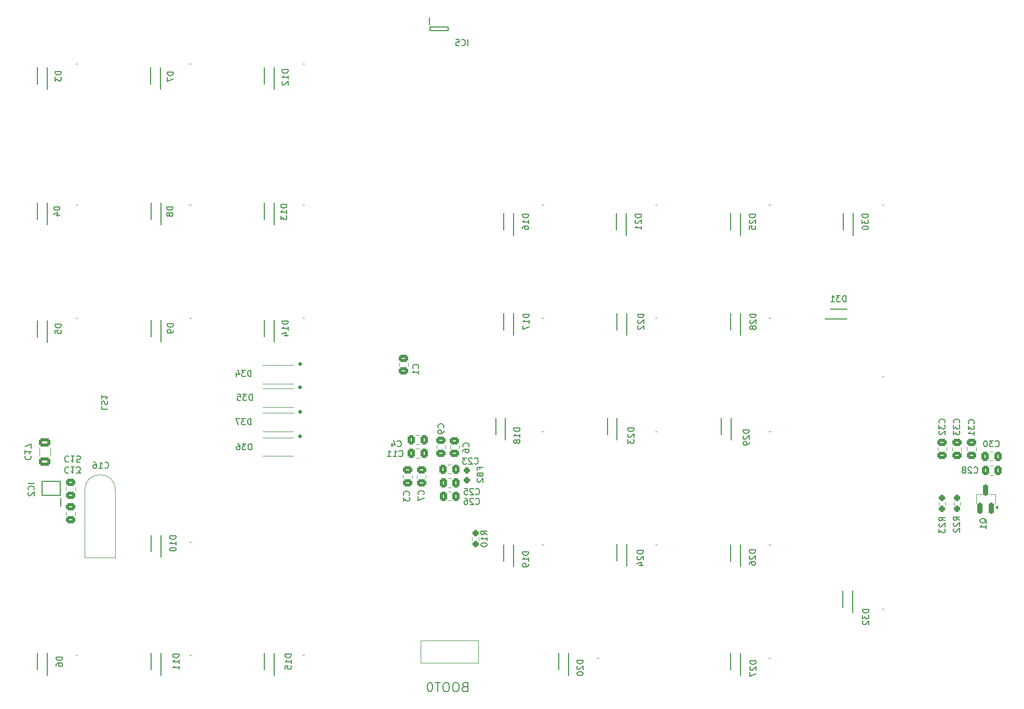
<source format=gbo>
G04 #@! TF.GenerationSoftware,KiCad,Pcbnew,8.0.3*
G04 #@! TF.CreationDate,2024-08-13T11:44:20+03:00*
G04 #@! TF.ProjectId,Keyboard_stm32,4b657962-6f61-4726-945f-73746d33322e,rev?*
G04 #@! TF.SameCoordinates,Original*
G04 #@! TF.FileFunction,Legend,Bot*
G04 #@! TF.FilePolarity,Positive*
%FSLAX46Y46*%
G04 Gerber Fmt 4.6, Leading zero omitted, Abs format (unit mm)*
G04 Created by KiCad (PCBNEW 8.0.3) date 2024-08-13 11:44:20*
%MOMM*%
%LPD*%
G01*
G04 APERTURE LIST*
G04 Aperture macros list*
%AMRoundRect*
0 Rectangle with rounded corners*
0 $1 Rounding radius*
0 $2 $3 $4 $5 $6 $7 $8 $9 X,Y pos of 4 corners*
0 Add a 4 corners polygon primitive as box body*
4,1,4,$2,$3,$4,$5,$6,$7,$8,$9,$2,$3,0*
0 Add four circle primitives for the rounded corners*
1,1,$1+$1,$2,$3*
1,1,$1+$1,$4,$5*
1,1,$1+$1,$6,$7*
1,1,$1+$1,$8,$9*
0 Add four rect primitives between the rounded corners*
20,1,$1+$1,$2,$3,$4,$5,0*
20,1,$1+$1,$4,$5,$6,$7,0*
20,1,$1+$1,$6,$7,$8,$9,0*
20,1,$1+$1,$8,$9,$2,$3,0*%
G04 Aperture macros list end*
%ADD10C,0.180000*%
%ADD11C,0.120000*%
%ADD12C,0.100000*%
%ADD13C,0.200000*%
%ADD14C,0.352076*%
%ADD15C,1.700000*%
%ADD16C,3.000000*%
%ADD17C,4.000000*%
%ADD18R,2.550000X2.500000*%
%ADD19C,5.000000*%
%ADD20R,1.500000X1.500000*%
%ADD21C,1.500000*%
%ADD22O,1.000000X1.800000*%
%ADD23O,1.000000X2.200000*%
%ADD24C,1.550000*%
%ADD25C,4.350000*%
%ADD26R,1.100000X1.100000*%
%ADD27C,1.100000*%
%ADD28R,0.740000X1.020000*%
%ADD29RoundRect,0.250000X0.475000X-0.337500X0.475000X0.337500X-0.475000X0.337500X-0.475000X-0.337500X0*%
%ADD30RoundRect,0.237500X-0.237500X0.250000X-0.237500X-0.250000X0.237500X-0.250000X0.237500X0.250000X0*%
%ADD31RoundRect,0.250000X-0.475000X0.337500X-0.475000X-0.337500X0.475000X-0.337500X0.475000X0.337500X0*%
%ADD32RoundRect,0.250000X0.337500X0.475000X-0.337500X0.475000X-0.337500X-0.475000X0.337500X-0.475000X0*%
%ADD33RoundRect,0.250000X0.650000X-0.412500X0.650000X0.412500X-0.650000X0.412500X-0.650000X-0.412500X0*%
%ADD34R,1.700000X2.100000*%
%ADD35RoundRect,0.200000X0.200000X-0.750000X0.200000X0.750000X-0.200000X0.750000X-0.200000X-0.750000X0*%
%ADD36R,1.020000X0.740000*%
%ADD37RoundRect,0.250000X-0.337500X-0.475000X0.337500X-0.475000X0.337500X0.475000X-0.337500X0.475000X0*%
%ADD38C,1.524000*%
%ADD39RoundRect,0.250000X-0.250000X0.250000X-0.250000X-0.250000X0.250000X-0.250000X0.250000X0.250000X0*%
%ADD40R,0.600000X1.200000*%
%ADD41R,0.450000X1.400000*%
%ADD42RoundRect,0.237500X0.237500X-0.250000X0.237500X0.250000X-0.237500X0.250000X-0.237500X-0.250000X0*%
%ADD43R,2.850000X2.850000*%
G04 APERTURE END LIST*
D10*
X139074436Y-146271354D02*
X138860150Y-146342782D01*
X138860150Y-146342782D02*
X138788721Y-146414211D01*
X138788721Y-146414211D02*
X138717293Y-146557068D01*
X138717293Y-146557068D02*
X138717293Y-146771354D01*
X138717293Y-146771354D02*
X138788721Y-146914211D01*
X138788721Y-146914211D02*
X138860150Y-146985640D01*
X138860150Y-146985640D02*
X139003007Y-147057068D01*
X139003007Y-147057068D02*
X139574436Y-147057068D01*
X139574436Y-147057068D02*
X139574436Y-145557068D01*
X139574436Y-145557068D02*
X139074436Y-145557068D01*
X139074436Y-145557068D02*
X138931579Y-145628497D01*
X138931579Y-145628497D02*
X138860150Y-145699925D01*
X138860150Y-145699925D02*
X138788721Y-145842782D01*
X138788721Y-145842782D02*
X138788721Y-145985640D01*
X138788721Y-145985640D02*
X138860150Y-146128497D01*
X138860150Y-146128497D02*
X138931579Y-146199925D01*
X138931579Y-146199925D02*
X139074436Y-146271354D01*
X139074436Y-146271354D02*
X139574436Y-146271354D01*
X137788721Y-145557068D02*
X137503007Y-145557068D01*
X137503007Y-145557068D02*
X137360150Y-145628497D01*
X137360150Y-145628497D02*
X137217293Y-145771354D01*
X137217293Y-145771354D02*
X137145864Y-146057068D01*
X137145864Y-146057068D02*
X137145864Y-146557068D01*
X137145864Y-146557068D02*
X137217293Y-146842782D01*
X137217293Y-146842782D02*
X137360150Y-146985640D01*
X137360150Y-146985640D02*
X137503007Y-147057068D01*
X137503007Y-147057068D02*
X137788721Y-147057068D01*
X137788721Y-147057068D02*
X137931579Y-146985640D01*
X137931579Y-146985640D02*
X138074436Y-146842782D01*
X138074436Y-146842782D02*
X138145864Y-146557068D01*
X138145864Y-146557068D02*
X138145864Y-146057068D01*
X138145864Y-146057068D02*
X138074436Y-145771354D01*
X138074436Y-145771354D02*
X137931579Y-145628497D01*
X137931579Y-145628497D02*
X137788721Y-145557068D01*
X136217292Y-145557068D02*
X135931578Y-145557068D01*
X135931578Y-145557068D02*
X135788721Y-145628497D01*
X135788721Y-145628497D02*
X135645864Y-145771354D01*
X135645864Y-145771354D02*
X135574435Y-146057068D01*
X135574435Y-146057068D02*
X135574435Y-146557068D01*
X135574435Y-146557068D02*
X135645864Y-146842782D01*
X135645864Y-146842782D02*
X135788721Y-146985640D01*
X135788721Y-146985640D02*
X135931578Y-147057068D01*
X135931578Y-147057068D02*
X136217292Y-147057068D01*
X136217292Y-147057068D02*
X136360150Y-146985640D01*
X136360150Y-146985640D02*
X136503007Y-146842782D01*
X136503007Y-146842782D02*
X136574435Y-146557068D01*
X136574435Y-146557068D02*
X136574435Y-146057068D01*
X136574435Y-146057068D02*
X136503007Y-145771354D01*
X136503007Y-145771354D02*
X136360150Y-145628497D01*
X136360150Y-145628497D02*
X136217292Y-145557068D01*
X135145863Y-145557068D02*
X134288721Y-145557068D01*
X134717292Y-147057068D02*
X134717292Y-145557068D01*
X133503006Y-145557068D02*
X133360149Y-145557068D01*
X133360149Y-145557068D02*
X133217292Y-145628497D01*
X133217292Y-145628497D02*
X133145864Y-145699925D01*
X133145864Y-145699925D02*
X133074435Y-145842782D01*
X133074435Y-145842782D02*
X133003006Y-146128497D01*
X133003006Y-146128497D02*
X133003006Y-146485640D01*
X133003006Y-146485640D02*
X133074435Y-146771354D01*
X133074435Y-146771354D02*
X133145864Y-146914211D01*
X133145864Y-146914211D02*
X133217292Y-146985640D01*
X133217292Y-146985640D02*
X133360149Y-147057068D01*
X133360149Y-147057068D02*
X133503006Y-147057068D01*
X133503006Y-147057068D02*
X133645864Y-146985640D01*
X133645864Y-146985640D02*
X133717292Y-146914211D01*
X133717292Y-146914211D02*
X133788721Y-146771354D01*
X133788721Y-146771354D02*
X133860149Y-146485640D01*
X133860149Y-146485640D02*
X133860149Y-146128497D01*
X133860149Y-146128497D02*
X133788721Y-145842782D01*
X133788721Y-145842782D02*
X133717292Y-145699925D01*
X133717292Y-145699925D02*
X133645864Y-145628497D01*
X133645864Y-145628497D02*
X133503006Y-145557068D01*
X80392857Y-110508020D02*
X80440476Y-110555640D01*
X80440476Y-110555640D02*
X80583333Y-110603259D01*
X80583333Y-110603259D02*
X80678571Y-110603259D01*
X80678571Y-110603259D02*
X80821428Y-110555640D01*
X80821428Y-110555640D02*
X80916666Y-110460401D01*
X80916666Y-110460401D02*
X80964285Y-110365163D01*
X80964285Y-110365163D02*
X81011904Y-110174687D01*
X81011904Y-110174687D02*
X81011904Y-110031830D01*
X81011904Y-110031830D02*
X80964285Y-109841354D01*
X80964285Y-109841354D02*
X80916666Y-109746116D01*
X80916666Y-109746116D02*
X80821428Y-109650878D01*
X80821428Y-109650878D02*
X80678571Y-109603259D01*
X80678571Y-109603259D02*
X80583333Y-109603259D01*
X80583333Y-109603259D02*
X80440476Y-109650878D01*
X80440476Y-109650878D02*
X80392857Y-109698497D01*
X79440476Y-110603259D02*
X80011904Y-110603259D01*
X79726190Y-110603259D02*
X79726190Y-109603259D01*
X79726190Y-109603259D02*
X79821428Y-109746116D01*
X79821428Y-109746116D02*
X79916666Y-109841354D01*
X79916666Y-109841354D02*
X80011904Y-109888973D01*
X78583333Y-109603259D02*
X78773809Y-109603259D01*
X78773809Y-109603259D02*
X78869047Y-109650878D01*
X78869047Y-109650878D02*
X78916666Y-109698497D01*
X78916666Y-109698497D02*
X79011904Y-109841354D01*
X79011904Y-109841354D02*
X79059523Y-110031830D01*
X79059523Y-110031830D02*
X79059523Y-110412782D01*
X79059523Y-110412782D02*
X79011904Y-110508020D01*
X79011904Y-110508020D02*
X78964285Y-110555640D01*
X78964285Y-110555640D02*
X78869047Y-110603259D01*
X78869047Y-110603259D02*
X78678571Y-110603259D01*
X78678571Y-110603259D02*
X78583333Y-110555640D01*
X78583333Y-110555640D02*
X78535714Y-110508020D01*
X78535714Y-110508020D02*
X78488095Y-110412782D01*
X78488095Y-110412782D02*
X78488095Y-110174687D01*
X78488095Y-110174687D02*
X78535714Y-110079449D01*
X78535714Y-110079449D02*
X78583333Y-110031830D01*
X78583333Y-110031830D02*
X78678571Y-109984211D01*
X78678571Y-109984211D02*
X78869047Y-109984211D01*
X78869047Y-109984211D02*
X78964285Y-110031830D01*
X78964285Y-110031830D02*
X79011904Y-110079449D01*
X79011904Y-110079449D02*
X79059523Y-110174687D01*
X91503259Y-67911905D02*
X90503259Y-67911905D01*
X90503259Y-67911905D02*
X90503259Y-68150000D01*
X90503259Y-68150000D02*
X90550878Y-68292857D01*
X90550878Y-68292857D02*
X90646116Y-68388095D01*
X90646116Y-68388095D02*
X90741354Y-68435714D01*
X90741354Y-68435714D02*
X90931830Y-68483333D01*
X90931830Y-68483333D02*
X91074687Y-68483333D01*
X91074687Y-68483333D02*
X91265163Y-68435714D01*
X91265163Y-68435714D02*
X91360401Y-68388095D01*
X91360401Y-68388095D02*
X91455640Y-68292857D01*
X91455640Y-68292857D02*
X91503259Y-68150000D01*
X91503259Y-68150000D02*
X91503259Y-67911905D01*
X90931830Y-69054762D02*
X90884211Y-68959524D01*
X90884211Y-68959524D02*
X90836592Y-68911905D01*
X90836592Y-68911905D02*
X90741354Y-68864286D01*
X90741354Y-68864286D02*
X90693735Y-68864286D01*
X90693735Y-68864286D02*
X90598497Y-68911905D01*
X90598497Y-68911905D02*
X90550878Y-68959524D01*
X90550878Y-68959524D02*
X90503259Y-69054762D01*
X90503259Y-69054762D02*
X90503259Y-69245238D01*
X90503259Y-69245238D02*
X90550878Y-69340476D01*
X90550878Y-69340476D02*
X90598497Y-69388095D01*
X90598497Y-69388095D02*
X90693735Y-69435714D01*
X90693735Y-69435714D02*
X90741354Y-69435714D01*
X90741354Y-69435714D02*
X90836592Y-69388095D01*
X90836592Y-69388095D02*
X90884211Y-69340476D01*
X90884211Y-69340476D02*
X90931830Y-69245238D01*
X90931830Y-69245238D02*
X90931830Y-69054762D01*
X90931830Y-69054762D02*
X90979449Y-68959524D01*
X90979449Y-68959524D02*
X91027068Y-68911905D01*
X91027068Y-68911905D02*
X91122306Y-68864286D01*
X91122306Y-68864286D02*
X91312782Y-68864286D01*
X91312782Y-68864286D02*
X91408020Y-68911905D01*
X91408020Y-68911905D02*
X91455640Y-68959524D01*
X91455640Y-68959524D02*
X91503259Y-69054762D01*
X91503259Y-69054762D02*
X91503259Y-69245238D01*
X91503259Y-69245238D02*
X91455640Y-69340476D01*
X91455640Y-69340476D02*
X91408020Y-69388095D01*
X91408020Y-69388095D02*
X91312782Y-69435714D01*
X91312782Y-69435714D02*
X91122306Y-69435714D01*
X91122306Y-69435714D02*
X91027068Y-69388095D01*
X91027068Y-69388095D02*
X90979449Y-69340476D01*
X90979449Y-69340476D02*
X90931830Y-69245238D01*
X186603259Y-85435714D02*
X185603259Y-85435714D01*
X185603259Y-85435714D02*
X185603259Y-85673809D01*
X185603259Y-85673809D02*
X185650878Y-85816666D01*
X185650878Y-85816666D02*
X185746116Y-85911904D01*
X185746116Y-85911904D02*
X185841354Y-85959523D01*
X185841354Y-85959523D02*
X186031830Y-86007142D01*
X186031830Y-86007142D02*
X186174687Y-86007142D01*
X186174687Y-86007142D02*
X186365163Y-85959523D01*
X186365163Y-85959523D02*
X186460401Y-85911904D01*
X186460401Y-85911904D02*
X186555640Y-85816666D01*
X186555640Y-85816666D02*
X186603259Y-85673809D01*
X186603259Y-85673809D02*
X186603259Y-85435714D01*
X185698497Y-86388095D02*
X185650878Y-86435714D01*
X185650878Y-86435714D02*
X185603259Y-86530952D01*
X185603259Y-86530952D02*
X185603259Y-86769047D01*
X185603259Y-86769047D02*
X185650878Y-86864285D01*
X185650878Y-86864285D02*
X185698497Y-86911904D01*
X185698497Y-86911904D02*
X185793735Y-86959523D01*
X185793735Y-86959523D02*
X185888973Y-86959523D01*
X185888973Y-86959523D02*
X186031830Y-86911904D01*
X186031830Y-86911904D02*
X186603259Y-86340476D01*
X186603259Y-86340476D02*
X186603259Y-86959523D01*
X186031830Y-87530952D02*
X185984211Y-87435714D01*
X185984211Y-87435714D02*
X185936592Y-87388095D01*
X185936592Y-87388095D02*
X185841354Y-87340476D01*
X185841354Y-87340476D02*
X185793735Y-87340476D01*
X185793735Y-87340476D02*
X185698497Y-87388095D01*
X185698497Y-87388095D02*
X185650878Y-87435714D01*
X185650878Y-87435714D02*
X185603259Y-87530952D01*
X185603259Y-87530952D02*
X185603259Y-87721428D01*
X185603259Y-87721428D02*
X185650878Y-87816666D01*
X185650878Y-87816666D02*
X185698497Y-87864285D01*
X185698497Y-87864285D02*
X185793735Y-87911904D01*
X185793735Y-87911904D02*
X185841354Y-87911904D01*
X185841354Y-87911904D02*
X185936592Y-87864285D01*
X185936592Y-87864285D02*
X185984211Y-87816666D01*
X185984211Y-87816666D02*
X186031830Y-87721428D01*
X186031830Y-87721428D02*
X186031830Y-87530952D01*
X186031830Y-87530952D02*
X186079449Y-87435714D01*
X186079449Y-87435714D02*
X186127068Y-87388095D01*
X186127068Y-87388095D02*
X186222306Y-87340476D01*
X186222306Y-87340476D02*
X186412782Y-87340476D01*
X186412782Y-87340476D02*
X186508020Y-87388095D01*
X186508020Y-87388095D02*
X186555640Y-87435714D01*
X186555640Y-87435714D02*
X186603259Y-87530952D01*
X186603259Y-87530952D02*
X186603259Y-87721428D01*
X186603259Y-87721428D02*
X186555640Y-87816666D01*
X186555640Y-87816666D02*
X186508020Y-87864285D01*
X186508020Y-87864285D02*
X186412782Y-87911904D01*
X186412782Y-87911904D02*
X186222306Y-87911904D01*
X186222306Y-87911904D02*
X186127068Y-87864285D01*
X186127068Y-87864285D02*
X186079449Y-87816666D01*
X186079449Y-87816666D02*
X186031830Y-87721428D01*
X132408020Y-114883333D02*
X132455640Y-114835714D01*
X132455640Y-114835714D02*
X132503259Y-114692857D01*
X132503259Y-114692857D02*
X132503259Y-114597619D01*
X132503259Y-114597619D02*
X132455640Y-114454762D01*
X132455640Y-114454762D02*
X132360401Y-114359524D01*
X132360401Y-114359524D02*
X132265163Y-114311905D01*
X132265163Y-114311905D02*
X132074687Y-114264286D01*
X132074687Y-114264286D02*
X131931830Y-114264286D01*
X131931830Y-114264286D02*
X131741354Y-114311905D01*
X131741354Y-114311905D02*
X131646116Y-114359524D01*
X131646116Y-114359524D02*
X131550878Y-114454762D01*
X131550878Y-114454762D02*
X131503259Y-114597619D01*
X131503259Y-114597619D02*
X131503259Y-114692857D01*
X131503259Y-114692857D02*
X131550878Y-114835714D01*
X131550878Y-114835714D02*
X131598497Y-114883333D01*
X131503259Y-115216667D02*
X131503259Y-115883333D01*
X131503259Y-115883333D02*
X132503259Y-115454762D01*
X217403259Y-119207142D02*
X216927068Y-118873809D01*
X217403259Y-118635714D02*
X216403259Y-118635714D01*
X216403259Y-118635714D02*
X216403259Y-119016666D01*
X216403259Y-119016666D02*
X216450878Y-119111904D01*
X216450878Y-119111904D02*
X216498497Y-119159523D01*
X216498497Y-119159523D02*
X216593735Y-119207142D01*
X216593735Y-119207142D02*
X216736592Y-119207142D01*
X216736592Y-119207142D02*
X216831830Y-119159523D01*
X216831830Y-119159523D02*
X216879449Y-119111904D01*
X216879449Y-119111904D02*
X216927068Y-119016666D01*
X216927068Y-119016666D02*
X216927068Y-118635714D01*
X216498497Y-119588095D02*
X216450878Y-119635714D01*
X216450878Y-119635714D02*
X216403259Y-119730952D01*
X216403259Y-119730952D02*
X216403259Y-119969047D01*
X216403259Y-119969047D02*
X216450878Y-120064285D01*
X216450878Y-120064285D02*
X216498497Y-120111904D01*
X216498497Y-120111904D02*
X216593735Y-120159523D01*
X216593735Y-120159523D02*
X216688973Y-120159523D01*
X216688973Y-120159523D02*
X216831830Y-120111904D01*
X216831830Y-120111904D02*
X217403259Y-119540476D01*
X217403259Y-119540476D02*
X217403259Y-120159523D01*
X216403259Y-120492857D02*
X216403259Y-121111904D01*
X216403259Y-121111904D02*
X216784211Y-120778571D01*
X216784211Y-120778571D02*
X216784211Y-120921428D01*
X216784211Y-120921428D02*
X216831830Y-121016666D01*
X216831830Y-121016666D02*
X216879449Y-121064285D01*
X216879449Y-121064285D02*
X216974687Y-121111904D01*
X216974687Y-121111904D02*
X217212782Y-121111904D01*
X217212782Y-121111904D02*
X217308020Y-121064285D01*
X217308020Y-121064285D02*
X217355640Y-121016666D01*
X217355640Y-121016666D02*
X217403259Y-120921428D01*
X217403259Y-120921428D02*
X217403259Y-120635714D01*
X217403259Y-120635714D02*
X217355640Y-120540476D01*
X217355640Y-120540476D02*
X217308020Y-120492857D01*
X148103259Y-104035714D02*
X147103259Y-104035714D01*
X147103259Y-104035714D02*
X147103259Y-104273809D01*
X147103259Y-104273809D02*
X147150878Y-104416666D01*
X147150878Y-104416666D02*
X147246116Y-104511904D01*
X147246116Y-104511904D02*
X147341354Y-104559523D01*
X147341354Y-104559523D02*
X147531830Y-104607142D01*
X147531830Y-104607142D02*
X147674687Y-104607142D01*
X147674687Y-104607142D02*
X147865163Y-104559523D01*
X147865163Y-104559523D02*
X147960401Y-104511904D01*
X147960401Y-104511904D02*
X148055640Y-104416666D01*
X148055640Y-104416666D02*
X148103259Y-104273809D01*
X148103259Y-104273809D02*
X148103259Y-104035714D01*
X148103259Y-105559523D02*
X148103259Y-104988095D01*
X148103259Y-105273809D02*
X147103259Y-105273809D01*
X147103259Y-105273809D02*
X147246116Y-105178571D01*
X147246116Y-105178571D02*
X147341354Y-105083333D01*
X147341354Y-105083333D02*
X147388973Y-104988095D01*
X147531830Y-106130952D02*
X147484211Y-106035714D01*
X147484211Y-106035714D02*
X147436592Y-105988095D01*
X147436592Y-105988095D02*
X147341354Y-105940476D01*
X147341354Y-105940476D02*
X147293735Y-105940476D01*
X147293735Y-105940476D02*
X147198497Y-105988095D01*
X147198497Y-105988095D02*
X147150878Y-106035714D01*
X147150878Y-106035714D02*
X147103259Y-106130952D01*
X147103259Y-106130952D02*
X147103259Y-106321428D01*
X147103259Y-106321428D02*
X147150878Y-106416666D01*
X147150878Y-106416666D02*
X147198497Y-106464285D01*
X147198497Y-106464285D02*
X147293735Y-106511904D01*
X147293735Y-106511904D02*
X147341354Y-106511904D01*
X147341354Y-106511904D02*
X147436592Y-106464285D01*
X147436592Y-106464285D02*
X147484211Y-106416666D01*
X147484211Y-106416666D02*
X147531830Y-106321428D01*
X147531830Y-106321428D02*
X147531830Y-106130952D01*
X147531830Y-106130952D02*
X147579449Y-106035714D01*
X147579449Y-106035714D02*
X147627068Y-105988095D01*
X147627068Y-105988095D02*
X147722306Y-105940476D01*
X147722306Y-105940476D02*
X147912782Y-105940476D01*
X147912782Y-105940476D02*
X148008020Y-105988095D01*
X148008020Y-105988095D02*
X148055640Y-106035714D01*
X148055640Y-106035714D02*
X148103259Y-106130952D01*
X148103259Y-106130952D02*
X148103259Y-106321428D01*
X148103259Y-106321428D02*
X148055640Y-106416666D01*
X148055640Y-106416666D02*
X148008020Y-106464285D01*
X148008020Y-106464285D02*
X147912782Y-106511904D01*
X147912782Y-106511904D02*
X147722306Y-106511904D01*
X147722306Y-106511904D02*
X147627068Y-106464285D01*
X147627068Y-106464285D02*
X147579449Y-106416666D01*
X147579449Y-106416666D02*
X147531830Y-106321428D01*
X74507142Y-110491979D02*
X74459523Y-110444360D01*
X74459523Y-110444360D02*
X74316666Y-110396740D01*
X74316666Y-110396740D02*
X74221428Y-110396740D01*
X74221428Y-110396740D02*
X74078571Y-110444360D01*
X74078571Y-110444360D02*
X73983333Y-110539598D01*
X73983333Y-110539598D02*
X73935714Y-110634836D01*
X73935714Y-110634836D02*
X73888095Y-110825312D01*
X73888095Y-110825312D02*
X73888095Y-110968169D01*
X73888095Y-110968169D02*
X73935714Y-111158645D01*
X73935714Y-111158645D02*
X73983333Y-111253883D01*
X73983333Y-111253883D02*
X74078571Y-111349121D01*
X74078571Y-111349121D02*
X74221428Y-111396740D01*
X74221428Y-111396740D02*
X74316666Y-111396740D01*
X74316666Y-111396740D02*
X74459523Y-111349121D01*
X74459523Y-111349121D02*
X74507142Y-111301502D01*
X75459523Y-110396740D02*
X74888095Y-110396740D01*
X75173809Y-110396740D02*
X75173809Y-111396740D01*
X75173809Y-111396740D02*
X75078571Y-111253883D01*
X75078571Y-111253883D02*
X74983333Y-111158645D01*
X74983333Y-111158645D02*
X74888095Y-111111026D01*
X75792857Y-111396740D02*
X76411904Y-111396740D01*
X76411904Y-111396740D02*
X76078571Y-111015788D01*
X76078571Y-111015788D02*
X76221428Y-111015788D01*
X76221428Y-111015788D02*
X76316666Y-110968169D01*
X76316666Y-110968169D02*
X76364285Y-110920550D01*
X76364285Y-110920550D02*
X76411904Y-110825312D01*
X76411904Y-110825312D02*
X76411904Y-110587217D01*
X76411904Y-110587217D02*
X76364285Y-110491979D01*
X76364285Y-110491979D02*
X76316666Y-110444360D01*
X76316666Y-110444360D02*
X76221428Y-110396740D01*
X76221428Y-110396740D02*
X75935714Y-110396740D01*
X75935714Y-110396740D02*
X75840476Y-110444360D01*
X75840476Y-110444360D02*
X75792857Y-110491979D01*
X110803259Y-140935714D02*
X109803259Y-140935714D01*
X109803259Y-140935714D02*
X109803259Y-141173809D01*
X109803259Y-141173809D02*
X109850878Y-141316666D01*
X109850878Y-141316666D02*
X109946116Y-141411904D01*
X109946116Y-141411904D02*
X110041354Y-141459523D01*
X110041354Y-141459523D02*
X110231830Y-141507142D01*
X110231830Y-141507142D02*
X110374687Y-141507142D01*
X110374687Y-141507142D02*
X110565163Y-141459523D01*
X110565163Y-141459523D02*
X110660401Y-141411904D01*
X110660401Y-141411904D02*
X110755640Y-141316666D01*
X110755640Y-141316666D02*
X110803259Y-141173809D01*
X110803259Y-141173809D02*
X110803259Y-140935714D01*
X110803259Y-142459523D02*
X110803259Y-141888095D01*
X110803259Y-142173809D02*
X109803259Y-142173809D01*
X109803259Y-142173809D02*
X109946116Y-142078571D01*
X109946116Y-142078571D02*
X110041354Y-141983333D01*
X110041354Y-141983333D02*
X110088973Y-141888095D01*
X109803259Y-143364285D02*
X109803259Y-142888095D01*
X109803259Y-142888095D02*
X110279449Y-142840476D01*
X110279449Y-142840476D02*
X110231830Y-142888095D01*
X110231830Y-142888095D02*
X110184211Y-142983333D01*
X110184211Y-142983333D02*
X110184211Y-143221428D01*
X110184211Y-143221428D02*
X110231830Y-143316666D01*
X110231830Y-143316666D02*
X110279449Y-143364285D01*
X110279449Y-143364285D02*
X110374687Y-143411904D01*
X110374687Y-143411904D02*
X110612782Y-143411904D01*
X110612782Y-143411904D02*
X110708020Y-143364285D01*
X110708020Y-143364285D02*
X110755640Y-143316666D01*
X110755640Y-143316666D02*
X110803259Y-143221428D01*
X110803259Y-143221428D02*
X110803259Y-142983333D01*
X110803259Y-142983333D02*
X110755640Y-142888095D01*
X110755640Y-142888095D02*
X110708020Y-142840476D01*
X186603259Y-142035714D02*
X185603259Y-142035714D01*
X185603259Y-142035714D02*
X185603259Y-142273809D01*
X185603259Y-142273809D02*
X185650878Y-142416666D01*
X185650878Y-142416666D02*
X185746116Y-142511904D01*
X185746116Y-142511904D02*
X185841354Y-142559523D01*
X185841354Y-142559523D02*
X186031830Y-142607142D01*
X186031830Y-142607142D02*
X186174687Y-142607142D01*
X186174687Y-142607142D02*
X186365163Y-142559523D01*
X186365163Y-142559523D02*
X186460401Y-142511904D01*
X186460401Y-142511904D02*
X186555640Y-142416666D01*
X186555640Y-142416666D02*
X186603259Y-142273809D01*
X186603259Y-142273809D02*
X186603259Y-142035714D01*
X185698497Y-142988095D02*
X185650878Y-143035714D01*
X185650878Y-143035714D02*
X185603259Y-143130952D01*
X185603259Y-143130952D02*
X185603259Y-143369047D01*
X185603259Y-143369047D02*
X185650878Y-143464285D01*
X185650878Y-143464285D02*
X185698497Y-143511904D01*
X185698497Y-143511904D02*
X185793735Y-143559523D01*
X185793735Y-143559523D02*
X185888973Y-143559523D01*
X185888973Y-143559523D02*
X186031830Y-143511904D01*
X186031830Y-143511904D02*
X186603259Y-142940476D01*
X186603259Y-142940476D02*
X186603259Y-143559523D01*
X185603259Y-143892857D02*
X185603259Y-144559523D01*
X185603259Y-144559523D02*
X186603259Y-144130952D01*
X140692857Y-109808020D02*
X140740476Y-109855640D01*
X140740476Y-109855640D02*
X140883333Y-109903259D01*
X140883333Y-109903259D02*
X140978571Y-109903259D01*
X140978571Y-109903259D02*
X141121428Y-109855640D01*
X141121428Y-109855640D02*
X141216666Y-109760401D01*
X141216666Y-109760401D02*
X141264285Y-109665163D01*
X141264285Y-109665163D02*
X141311904Y-109474687D01*
X141311904Y-109474687D02*
X141311904Y-109331830D01*
X141311904Y-109331830D02*
X141264285Y-109141354D01*
X141264285Y-109141354D02*
X141216666Y-109046116D01*
X141216666Y-109046116D02*
X141121428Y-108950878D01*
X141121428Y-108950878D02*
X140978571Y-108903259D01*
X140978571Y-108903259D02*
X140883333Y-108903259D01*
X140883333Y-108903259D02*
X140740476Y-108950878D01*
X140740476Y-108950878D02*
X140692857Y-108998497D01*
X140311904Y-108998497D02*
X140264285Y-108950878D01*
X140264285Y-108950878D02*
X140169047Y-108903259D01*
X140169047Y-108903259D02*
X139930952Y-108903259D01*
X139930952Y-108903259D02*
X139835714Y-108950878D01*
X139835714Y-108950878D02*
X139788095Y-108998497D01*
X139788095Y-108998497D02*
X139740476Y-109093735D01*
X139740476Y-109093735D02*
X139740476Y-109188973D01*
X139740476Y-109188973D02*
X139788095Y-109331830D01*
X139788095Y-109331830D02*
X140359523Y-109903259D01*
X140359523Y-109903259D02*
X139740476Y-109903259D01*
X139407142Y-108903259D02*
X138788095Y-108903259D01*
X138788095Y-108903259D02*
X139121428Y-109284211D01*
X139121428Y-109284211D02*
X138978571Y-109284211D01*
X138978571Y-109284211D02*
X138883333Y-109331830D01*
X138883333Y-109331830D02*
X138835714Y-109379449D01*
X138835714Y-109379449D02*
X138788095Y-109474687D01*
X138788095Y-109474687D02*
X138788095Y-109712782D01*
X138788095Y-109712782D02*
X138835714Y-109808020D01*
X138835714Y-109808020D02*
X138883333Y-109855640D01*
X138883333Y-109855640D02*
X138978571Y-109903259D01*
X138978571Y-109903259D02*
X139264285Y-109903259D01*
X139264285Y-109903259D02*
X139359523Y-109855640D01*
X139359523Y-109855640D02*
X139407142Y-109808020D01*
X67491979Y-108592857D02*
X67444360Y-108640476D01*
X67444360Y-108640476D02*
X67396740Y-108783333D01*
X67396740Y-108783333D02*
X67396740Y-108878571D01*
X67396740Y-108878571D02*
X67444360Y-109021428D01*
X67444360Y-109021428D02*
X67539598Y-109116666D01*
X67539598Y-109116666D02*
X67634836Y-109164285D01*
X67634836Y-109164285D02*
X67825312Y-109211904D01*
X67825312Y-109211904D02*
X67968169Y-109211904D01*
X67968169Y-109211904D02*
X68158645Y-109164285D01*
X68158645Y-109164285D02*
X68253883Y-109116666D01*
X68253883Y-109116666D02*
X68349121Y-109021428D01*
X68349121Y-109021428D02*
X68396740Y-108878571D01*
X68396740Y-108878571D02*
X68396740Y-108783333D01*
X68396740Y-108783333D02*
X68349121Y-108640476D01*
X68349121Y-108640476D02*
X68301502Y-108592857D01*
X67396740Y-107640476D02*
X67396740Y-108211904D01*
X67396740Y-107926190D02*
X68396740Y-107926190D01*
X68396740Y-107926190D02*
X68253883Y-108021428D01*
X68253883Y-108021428D02*
X68158645Y-108116666D01*
X68158645Y-108116666D02*
X68111026Y-108211904D01*
X68396740Y-107307142D02*
X68396740Y-106640476D01*
X68396740Y-106640476D02*
X67396740Y-107069047D01*
X204903259Y-69135714D02*
X203903259Y-69135714D01*
X203903259Y-69135714D02*
X203903259Y-69373809D01*
X203903259Y-69373809D02*
X203950878Y-69516666D01*
X203950878Y-69516666D02*
X204046116Y-69611904D01*
X204046116Y-69611904D02*
X204141354Y-69659523D01*
X204141354Y-69659523D02*
X204331830Y-69707142D01*
X204331830Y-69707142D02*
X204474687Y-69707142D01*
X204474687Y-69707142D02*
X204665163Y-69659523D01*
X204665163Y-69659523D02*
X204760401Y-69611904D01*
X204760401Y-69611904D02*
X204855640Y-69516666D01*
X204855640Y-69516666D02*
X204903259Y-69373809D01*
X204903259Y-69373809D02*
X204903259Y-69135714D01*
X203903259Y-70040476D02*
X203903259Y-70659523D01*
X203903259Y-70659523D02*
X204284211Y-70326190D01*
X204284211Y-70326190D02*
X204284211Y-70469047D01*
X204284211Y-70469047D02*
X204331830Y-70564285D01*
X204331830Y-70564285D02*
X204379449Y-70611904D01*
X204379449Y-70611904D02*
X204474687Y-70659523D01*
X204474687Y-70659523D02*
X204712782Y-70659523D01*
X204712782Y-70659523D02*
X204808020Y-70611904D01*
X204808020Y-70611904D02*
X204855640Y-70564285D01*
X204855640Y-70564285D02*
X204903259Y-70469047D01*
X204903259Y-70469047D02*
X204903259Y-70183333D01*
X204903259Y-70183333D02*
X204855640Y-70088095D01*
X204855640Y-70088095D02*
X204808020Y-70040476D01*
X203903259Y-71278571D02*
X203903259Y-71373809D01*
X203903259Y-71373809D02*
X203950878Y-71469047D01*
X203950878Y-71469047D02*
X203998497Y-71516666D01*
X203998497Y-71516666D02*
X204093735Y-71564285D01*
X204093735Y-71564285D02*
X204284211Y-71611904D01*
X204284211Y-71611904D02*
X204522306Y-71611904D01*
X204522306Y-71611904D02*
X204712782Y-71564285D01*
X204712782Y-71564285D02*
X204808020Y-71516666D01*
X204808020Y-71516666D02*
X204855640Y-71469047D01*
X204855640Y-71469047D02*
X204903259Y-71373809D01*
X204903259Y-71373809D02*
X204903259Y-71278571D01*
X204903259Y-71278571D02*
X204855640Y-71183333D01*
X204855640Y-71183333D02*
X204808020Y-71135714D01*
X204808020Y-71135714D02*
X204712782Y-71088095D01*
X204712782Y-71088095D02*
X204522306Y-71040476D01*
X204522306Y-71040476D02*
X204284211Y-71040476D01*
X204284211Y-71040476D02*
X204093735Y-71088095D01*
X204093735Y-71088095D02*
X203998497Y-71135714D01*
X203998497Y-71135714D02*
X203950878Y-71183333D01*
X203950878Y-71183333D02*
X203903259Y-71278571D01*
X73103259Y-67911905D02*
X72103259Y-67911905D01*
X72103259Y-67911905D02*
X72103259Y-68150000D01*
X72103259Y-68150000D02*
X72150878Y-68292857D01*
X72150878Y-68292857D02*
X72246116Y-68388095D01*
X72246116Y-68388095D02*
X72341354Y-68435714D01*
X72341354Y-68435714D02*
X72531830Y-68483333D01*
X72531830Y-68483333D02*
X72674687Y-68483333D01*
X72674687Y-68483333D02*
X72865163Y-68435714D01*
X72865163Y-68435714D02*
X72960401Y-68388095D01*
X72960401Y-68388095D02*
X73055640Y-68292857D01*
X73055640Y-68292857D02*
X73103259Y-68150000D01*
X73103259Y-68150000D02*
X73103259Y-67911905D01*
X72436592Y-69340476D02*
X73103259Y-69340476D01*
X72055640Y-69102381D02*
X72769925Y-68864286D01*
X72769925Y-68864286D02*
X72769925Y-69483333D01*
X104264285Y-95603259D02*
X104264285Y-94603259D01*
X104264285Y-94603259D02*
X104026190Y-94603259D01*
X104026190Y-94603259D02*
X103883333Y-94650878D01*
X103883333Y-94650878D02*
X103788095Y-94746116D01*
X103788095Y-94746116D02*
X103740476Y-94841354D01*
X103740476Y-94841354D02*
X103692857Y-95031830D01*
X103692857Y-95031830D02*
X103692857Y-95174687D01*
X103692857Y-95174687D02*
X103740476Y-95365163D01*
X103740476Y-95365163D02*
X103788095Y-95460401D01*
X103788095Y-95460401D02*
X103883333Y-95555640D01*
X103883333Y-95555640D02*
X104026190Y-95603259D01*
X104026190Y-95603259D02*
X104264285Y-95603259D01*
X103359523Y-94603259D02*
X102740476Y-94603259D01*
X102740476Y-94603259D02*
X103073809Y-94984211D01*
X103073809Y-94984211D02*
X102930952Y-94984211D01*
X102930952Y-94984211D02*
X102835714Y-95031830D01*
X102835714Y-95031830D02*
X102788095Y-95079449D01*
X102788095Y-95079449D02*
X102740476Y-95174687D01*
X102740476Y-95174687D02*
X102740476Y-95412782D01*
X102740476Y-95412782D02*
X102788095Y-95508020D01*
X102788095Y-95508020D02*
X102835714Y-95555640D01*
X102835714Y-95555640D02*
X102930952Y-95603259D01*
X102930952Y-95603259D02*
X103216666Y-95603259D01*
X103216666Y-95603259D02*
X103311904Y-95555640D01*
X103311904Y-95555640D02*
X103359523Y-95508020D01*
X101883333Y-94936592D02*
X101883333Y-95603259D01*
X102121428Y-94555640D02*
X102359523Y-95269925D01*
X102359523Y-95269925D02*
X101740476Y-95269925D01*
X73503259Y-141411905D02*
X72503259Y-141411905D01*
X72503259Y-141411905D02*
X72503259Y-141650000D01*
X72503259Y-141650000D02*
X72550878Y-141792857D01*
X72550878Y-141792857D02*
X72646116Y-141888095D01*
X72646116Y-141888095D02*
X72741354Y-141935714D01*
X72741354Y-141935714D02*
X72931830Y-141983333D01*
X72931830Y-141983333D02*
X73074687Y-141983333D01*
X73074687Y-141983333D02*
X73265163Y-141935714D01*
X73265163Y-141935714D02*
X73360401Y-141888095D01*
X73360401Y-141888095D02*
X73455640Y-141792857D01*
X73455640Y-141792857D02*
X73503259Y-141650000D01*
X73503259Y-141650000D02*
X73503259Y-141411905D01*
X72503259Y-142840476D02*
X72503259Y-142650000D01*
X72503259Y-142650000D02*
X72550878Y-142554762D01*
X72550878Y-142554762D02*
X72598497Y-142507143D01*
X72598497Y-142507143D02*
X72741354Y-142411905D01*
X72741354Y-142411905D02*
X72931830Y-142364286D01*
X72931830Y-142364286D02*
X73312782Y-142364286D01*
X73312782Y-142364286D02*
X73408020Y-142411905D01*
X73408020Y-142411905D02*
X73455640Y-142459524D01*
X73455640Y-142459524D02*
X73503259Y-142554762D01*
X73503259Y-142554762D02*
X73503259Y-142745238D01*
X73503259Y-142745238D02*
X73455640Y-142840476D01*
X73455640Y-142840476D02*
X73408020Y-142888095D01*
X73408020Y-142888095D02*
X73312782Y-142935714D01*
X73312782Y-142935714D02*
X73074687Y-142935714D01*
X73074687Y-142935714D02*
X72979449Y-142888095D01*
X72979449Y-142888095D02*
X72931830Y-142840476D01*
X72931830Y-142840476D02*
X72884211Y-142745238D01*
X72884211Y-142745238D02*
X72884211Y-142554762D01*
X72884211Y-142554762D02*
X72931830Y-142459524D01*
X72931830Y-142459524D02*
X72979449Y-142411905D01*
X72979449Y-142411905D02*
X73074687Y-142364286D01*
X185503259Y-104335714D02*
X184503259Y-104335714D01*
X184503259Y-104335714D02*
X184503259Y-104573809D01*
X184503259Y-104573809D02*
X184550878Y-104716666D01*
X184550878Y-104716666D02*
X184646116Y-104811904D01*
X184646116Y-104811904D02*
X184741354Y-104859523D01*
X184741354Y-104859523D02*
X184931830Y-104907142D01*
X184931830Y-104907142D02*
X185074687Y-104907142D01*
X185074687Y-104907142D02*
X185265163Y-104859523D01*
X185265163Y-104859523D02*
X185360401Y-104811904D01*
X185360401Y-104811904D02*
X185455640Y-104716666D01*
X185455640Y-104716666D02*
X185503259Y-104573809D01*
X185503259Y-104573809D02*
X185503259Y-104335714D01*
X184598497Y-105288095D02*
X184550878Y-105335714D01*
X184550878Y-105335714D02*
X184503259Y-105430952D01*
X184503259Y-105430952D02*
X184503259Y-105669047D01*
X184503259Y-105669047D02*
X184550878Y-105764285D01*
X184550878Y-105764285D02*
X184598497Y-105811904D01*
X184598497Y-105811904D02*
X184693735Y-105859523D01*
X184693735Y-105859523D02*
X184788973Y-105859523D01*
X184788973Y-105859523D02*
X184931830Y-105811904D01*
X184931830Y-105811904D02*
X185503259Y-105240476D01*
X185503259Y-105240476D02*
X185503259Y-105859523D01*
X185503259Y-106335714D02*
X185503259Y-106526190D01*
X185503259Y-106526190D02*
X185455640Y-106621428D01*
X185455640Y-106621428D02*
X185408020Y-106669047D01*
X185408020Y-106669047D02*
X185265163Y-106764285D01*
X185265163Y-106764285D02*
X185074687Y-106811904D01*
X185074687Y-106811904D02*
X184693735Y-106811904D01*
X184693735Y-106811904D02*
X184598497Y-106764285D01*
X184598497Y-106764285D02*
X184550878Y-106716666D01*
X184550878Y-106716666D02*
X184503259Y-106621428D01*
X184503259Y-106621428D02*
X184503259Y-106430952D01*
X184503259Y-106430952D02*
X184550878Y-106335714D01*
X184550878Y-106335714D02*
X184598497Y-106288095D01*
X184598497Y-106288095D02*
X184693735Y-106240476D01*
X184693735Y-106240476D02*
X184931830Y-106240476D01*
X184931830Y-106240476D02*
X185027068Y-106288095D01*
X185027068Y-106288095D02*
X185074687Y-106335714D01*
X185074687Y-106335714D02*
X185122306Y-106430952D01*
X185122306Y-106430952D02*
X185122306Y-106621428D01*
X185122306Y-106621428D02*
X185074687Y-106716666D01*
X185074687Y-106716666D02*
X185027068Y-106764285D01*
X185027068Y-106764285D02*
X184931830Y-106811904D01*
X91603259Y-45911905D02*
X90603259Y-45911905D01*
X90603259Y-45911905D02*
X90603259Y-46150000D01*
X90603259Y-46150000D02*
X90650878Y-46292857D01*
X90650878Y-46292857D02*
X90746116Y-46388095D01*
X90746116Y-46388095D02*
X90841354Y-46435714D01*
X90841354Y-46435714D02*
X91031830Y-46483333D01*
X91031830Y-46483333D02*
X91174687Y-46483333D01*
X91174687Y-46483333D02*
X91365163Y-46435714D01*
X91365163Y-46435714D02*
X91460401Y-46388095D01*
X91460401Y-46388095D02*
X91555640Y-46292857D01*
X91555640Y-46292857D02*
X91603259Y-46150000D01*
X91603259Y-46150000D02*
X91603259Y-45911905D01*
X90603259Y-46816667D02*
X90603259Y-47483333D01*
X90603259Y-47483333D02*
X91603259Y-47054762D01*
X224198497Y-119554761D02*
X224150878Y-119459523D01*
X224150878Y-119459523D02*
X224055640Y-119364285D01*
X224055640Y-119364285D02*
X223912782Y-119221428D01*
X223912782Y-119221428D02*
X223865163Y-119126190D01*
X223865163Y-119126190D02*
X223865163Y-119030952D01*
X224103259Y-119078571D02*
X224055640Y-118983333D01*
X224055640Y-118983333D02*
X223960401Y-118888095D01*
X223960401Y-118888095D02*
X223769925Y-118840476D01*
X223769925Y-118840476D02*
X223436592Y-118840476D01*
X223436592Y-118840476D02*
X223246116Y-118888095D01*
X223246116Y-118888095D02*
X223150878Y-118983333D01*
X223150878Y-118983333D02*
X223103259Y-119078571D01*
X223103259Y-119078571D02*
X223103259Y-119269047D01*
X223103259Y-119269047D02*
X223150878Y-119364285D01*
X223150878Y-119364285D02*
X223246116Y-119459523D01*
X223246116Y-119459523D02*
X223436592Y-119507142D01*
X223436592Y-119507142D02*
X223769925Y-119507142D01*
X223769925Y-119507142D02*
X223960401Y-119459523D01*
X223960401Y-119459523D02*
X224055640Y-119364285D01*
X224055640Y-119364285D02*
X224103259Y-119269047D01*
X224103259Y-119269047D02*
X224103259Y-119078571D01*
X224103259Y-120459523D02*
X224103259Y-119888095D01*
X224103259Y-120173809D02*
X223103259Y-120173809D01*
X223103259Y-120173809D02*
X223246116Y-120078571D01*
X223246116Y-120078571D02*
X223341354Y-119983333D01*
X223341354Y-119983333D02*
X223388973Y-119888095D01*
X74507142Y-108691979D02*
X74459523Y-108644360D01*
X74459523Y-108644360D02*
X74316666Y-108596740D01*
X74316666Y-108596740D02*
X74221428Y-108596740D01*
X74221428Y-108596740D02*
X74078571Y-108644360D01*
X74078571Y-108644360D02*
X73983333Y-108739598D01*
X73983333Y-108739598D02*
X73935714Y-108834836D01*
X73935714Y-108834836D02*
X73888095Y-109025312D01*
X73888095Y-109025312D02*
X73888095Y-109168169D01*
X73888095Y-109168169D02*
X73935714Y-109358645D01*
X73935714Y-109358645D02*
X73983333Y-109453883D01*
X73983333Y-109453883D02*
X74078571Y-109549121D01*
X74078571Y-109549121D02*
X74221428Y-109596740D01*
X74221428Y-109596740D02*
X74316666Y-109596740D01*
X74316666Y-109596740D02*
X74459523Y-109549121D01*
X74459523Y-109549121D02*
X74507142Y-109501502D01*
X75459523Y-108596740D02*
X74888095Y-108596740D01*
X75173809Y-108596740D02*
X75173809Y-109596740D01*
X75173809Y-109596740D02*
X75078571Y-109453883D01*
X75078571Y-109453883D02*
X74983333Y-109358645D01*
X74983333Y-109358645D02*
X74888095Y-109311026D01*
X76364285Y-109596740D02*
X75888095Y-109596740D01*
X75888095Y-109596740D02*
X75840476Y-109120550D01*
X75840476Y-109120550D02*
X75888095Y-109168169D01*
X75888095Y-109168169D02*
X75983333Y-109215788D01*
X75983333Y-109215788D02*
X76221428Y-109215788D01*
X76221428Y-109215788D02*
X76316666Y-109168169D01*
X76316666Y-109168169D02*
X76364285Y-109120550D01*
X76364285Y-109120550D02*
X76411904Y-109025312D01*
X76411904Y-109025312D02*
X76411904Y-108787217D01*
X76411904Y-108787217D02*
X76364285Y-108691979D01*
X76364285Y-108691979D02*
X76316666Y-108644360D01*
X76316666Y-108644360D02*
X76221428Y-108596740D01*
X76221428Y-108596740D02*
X75983333Y-108596740D01*
X75983333Y-108596740D02*
X75888095Y-108644360D01*
X75888095Y-108644360D02*
X75840476Y-108691979D01*
X73303259Y-87111905D02*
X72303259Y-87111905D01*
X72303259Y-87111905D02*
X72303259Y-87350000D01*
X72303259Y-87350000D02*
X72350878Y-87492857D01*
X72350878Y-87492857D02*
X72446116Y-87588095D01*
X72446116Y-87588095D02*
X72541354Y-87635714D01*
X72541354Y-87635714D02*
X72731830Y-87683333D01*
X72731830Y-87683333D02*
X72874687Y-87683333D01*
X72874687Y-87683333D02*
X73065163Y-87635714D01*
X73065163Y-87635714D02*
X73160401Y-87588095D01*
X73160401Y-87588095D02*
X73255640Y-87492857D01*
X73255640Y-87492857D02*
X73303259Y-87350000D01*
X73303259Y-87350000D02*
X73303259Y-87111905D01*
X72303259Y-88588095D02*
X72303259Y-88111905D01*
X72303259Y-88111905D02*
X72779449Y-88064286D01*
X72779449Y-88064286D02*
X72731830Y-88111905D01*
X72731830Y-88111905D02*
X72684211Y-88207143D01*
X72684211Y-88207143D02*
X72684211Y-88445238D01*
X72684211Y-88445238D02*
X72731830Y-88540476D01*
X72731830Y-88540476D02*
X72779449Y-88588095D01*
X72779449Y-88588095D02*
X72874687Y-88635714D01*
X72874687Y-88635714D02*
X73112782Y-88635714D01*
X73112782Y-88635714D02*
X73208020Y-88588095D01*
X73208020Y-88588095D02*
X73255640Y-88540476D01*
X73255640Y-88540476D02*
X73303259Y-88445238D01*
X73303259Y-88445238D02*
X73303259Y-88207143D01*
X73303259Y-88207143D02*
X73255640Y-88111905D01*
X73255640Y-88111905D02*
X73208020Y-88064286D01*
X186503259Y-123935714D02*
X185503259Y-123935714D01*
X185503259Y-123935714D02*
X185503259Y-124173809D01*
X185503259Y-124173809D02*
X185550878Y-124316666D01*
X185550878Y-124316666D02*
X185646116Y-124411904D01*
X185646116Y-124411904D02*
X185741354Y-124459523D01*
X185741354Y-124459523D02*
X185931830Y-124507142D01*
X185931830Y-124507142D02*
X186074687Y-124507142D01*
X186074687Y-124507142D02*
X186265163Y-124459523D01*
X186265163Y-124459523D02*
X186360401Y-124411904D01*
X186360401Y-124411904D02*
X186455640Y-124316666D01*
X186455640Y-124316666D02*
X186503259Y-124173809D01*
X186503259Y-124173809D02*
X186503259Y-123935714D01*
X185598497Y-124888095D02*
X185550878Y-124935714D01*
X185550878Y-124935714D02*
X185503259Y-125030952D01*
X185503259Y-125030952D02*
X185503259Y-125269047D01*
X185503259Y-125269047D02*
X185550878Y-125364285D01*
X185550878Y-125364285D02*
X185598497Y-125411904D01*
X185598497Y-125411904D02*
X185693735Y-125459523D01*
X185693735Y-125459523D02*
X185788973Y-125459523D01*
X185788973Y-125459523D02*
X185931830Y-125411904D01*
X185931830Y-125411904D02*
X186503259Y-124840476D01*
X186503259Y-124840476D02*
X186503259Y-125459523D01*
X185503259Y-126316666D02*
X185503259Y-126126190D01*
X185503259Y-126126190D02*
X185550878Y-126030952D01*
X185550878Y-126030952D02*
X185598497Y-125983333D01*
X185598497Y-125983333D02*
X185741354Y-125888095D01*
X185741354Y-125888095D02*
X185931830Y-125840476D01*
X185931830Y-125840476D02*
X186312782Y-125840476D01*
X186312782Y-125840476D02*
X186408020Y-125888095D01*
X186408020Y-125888095D02*
X186455640Y-125935714D01*
X186455640Y-125935714D02*
X186503259Y-126030952D01*
X186503259Y-126030952D02*
X186503259Y-126221428D01*
X186503259Y-126221428D02*
X186455640Y-126316666D01*
X186455640Y-126316666D02*
X186408020Y-126364285D01*
X186408020Y-126364285D02*
X186312782Y-126411904D01*
X186312782Y-126411904D02*
X186074687Y-126411904D01*
X186074687Y-126411904D02*
X185979449Y-126364285D01*
X185979449Y-126364285D02*
X185931830Y-126316666D01*
X185931830Y-126316666D02*
X185884211Y-126221428D01*
X185884211Y-126221428D02*
X185884211Y-126030952D01*
X185884211Y-126030952D02*
X185931830Y-125935714D01*
X185931830Y-125935714D02*
X185979449Y-125888095D01*
X185979449Y-125888095D02*
X186074687Y-125840476D01*
X219803259Y-119107142D02*
X219327068Y-118773809D01*
X219803259Y-118535714D02*
X218803259Y-118535714D01*
X218803259Y-118535714D02*
X218803259Y-118916666D01*
X218803259Y-118916666D02*
X218850878Y-119011904D01*
X218850878Y-119011904D02*
X218898497Y-119059523D01*
X218898497Y-119059523D02*
X218993735Y-119107142D01*
X218993735Y-119107142D02*
X219136592Y-119107142D01*
X219136592Y-119107142D02*
X219231830Y-119059523D01*
X219231830Y-119059523D02*
X219279449Y-119011904D01*
X219279449Y-119011904D02*
X219327068Y-118916666D01*
X219327068Y-118916666D02*
X219327068Y-118535714D01*
X218898497Y-119488095D02*
X218850878Y-119535714D01*
X218850878Y-119535714D02*
X218803259Y-119630952D01*
X218803259Y-119630952D02*
X218803259Y-119869047D01*
X218803259Y-119869047D02*
X218850878Y-119964285D01*
X218850878Y-119964285D02*
X218898497Y-120011904D01*
X218898497Y-120011904D02*
X218993735Y-120059523D01*
X218993735Y-120059523D02*
X219088973Y-120059523D01*
X219088973Y-120059523D02*
X219231830Y-120011904D01*
X219231830Y-120011904D02*
X219803259Y-119440476D01*
X219803259Y-119440476D02*
X219803259Y-120059523D01*
X218898497Y-120440476D02*
X218850878Y-120488095D01*
X218850878Y-120488095D02*
X218803259Y-120583333D01*
X218803259Y-120583333D02*
X218803259Y-120821428D01*
X218803259Y-120821428D02*
X218850878Y-120916666D01*
X218850878Y-120916666D02*
X218898497Y-120964285D01*
X218898497Y-120964285D02*
X218993735Y-121011904D01*
X218993735Y-121011904D02*
X219088973Y-121011904D01*
X219088973Y-121011904D02*
X219231830Y-120964285D01*
X219231830Y-120964285D02*
X219803259Y-120392857D01*
X219803259Y-120392857D02*
X219803259Y-121011904D01*
X110303259Y-86535714D02*
X109303259Y-86535714D01*
X109303259Y-86535714D02*
X109303259Y-86773809D01*
X109303259Y-86773809D02*
X109350878Y-86916666D01*
X109350878Y-86916666D02*
X109446116Y-87011904D01*
X109446116Y-87011904D02*
X109541354Y-87059523D01*
X109541354Y-87059523D02*
X109731830Y-87107142D01*
X109731830Y-87107142D02*
X109874687Y-87107142D01*
X109874687Y-87107142D02*
X110065163Y-87059523D01*
X110065163Y-87059523D02*
X110160401Y-87011904D01*
X110160401Y-87011904D02*
X110255640Y-86916666D01*
X110255640Y-86916666D02*
X110303259Y-86773809D01*
X110303259Y-86773809D02*
X110303259Y-86535714D01*
X110303259Y-88059523D02*
X110303259Y-87488095D01*
X110303259Y-87773809D02*
X109303259Y-87773809D01*
X109303259Y-87773809D02*
X109446116Y-87678571D01*
X109446116Y-87678571D02*
X109541354Y-87583333D01*
X109541354Y-87583333D02*
X109588973Y-87488095D01*
X109636592Y-88916666D02*
X110303259Y-88916666D01*
X109255640Y-88678571D02*
X109969925Y-88440476D01*
X109969925Y-88440476D02*
X109969925Y-89059523D01*
X131508020Y-94283333D02*
X131555640Y-94235714D01*
X131555640Y-94235714D02*
X131603259Y-94092857D01*
X131603259Y-94092857D02*
X131603259Y-93997619D01*
X131603259Y-93997619D02*
X131555640Y-93854762D01*
X131555640Y-93854762D02*
X131460401Y-93759524D01*
X131460401Y-93759524D02*
X131365163Y-93711905D01*
X131365163Y-93711905D02*
X131174687Y-93664286D01*
X131174687Y-93664286D02*
X131031830Y-93664286D01*
X131031830Y-93664286D02*
X130841354Y-93711905D01*
X130841354Y-93711905D02*
X130746116Y-93759524D01*
X130746116Y-93759524D02*
X130650878Y-93854762D01*
X130650878Y-93854762D02*
X130603259Y-93997619D01*
X130603259Y-93997619D02*
X130603259Y-94092857D01*
X130603259Y-94092857D02*
X130650878Y-94235714D01*
X130650878Y-94235714D02*
X130698497Y-94283333D01*
X131603259Y-95235714D02*
X131603259Y-94664286D01*
X131603259Y-94950000D02*
X130603259Y-94950000D01*
X130603259Y-94950000D02*
X130746116Y-94854762D01*
X130746116Y-94854762D02*
X130841354Y-94759524D01*
X130841354Y-94759524D02*
X130888973Y-94664286D01*
X110103259Y-67535714D02*
X109103259Y-67535714D01*
X109103259Y-67535714D02*
X109103259Y-67773809D01*
X109103259Y-67773809D02*
X109150878Y-67916666D01*
X109150878Y-67916666D02*
X109246116Y-68011904D01*
X109246116Y-68011904D02*
X109341354Y-68059523D01*
X109341354Y-68059523D02*
X109531830Y-68107142D01*
X109531830Y-68107142D02*
X109674687Y-68107142D01*
X109674687Y-68107142D02*
X109865163Y-68059523D01*
X109865163Y-68059523D02*
X109960401Y-68011904D01*
X109960401Y-68011904D02*
X110055640Y-67916666D01*
X110055640Y-67916666D02*
X110103259Y-67773809D01*
X110103259Y-67773809D02*
X110103259Y-67535714D01*
X110103259Y-69059523D02*
X110103259Y-68488095D01*
X110103259Y-68773809D02*
X109103259Y-68773809D01*
X109103259Y-68773809D02*
X109246116Y-68678571D01*
X109246116Y-68678571D02*
X109341354Y-68583333D01*
X109341354Y-68583333D02*
X109388973Y-68488095D01*
X109103259Y-69392857D02*
X109103259Y-70011904D01*
X109103259Y-70011904D02*
X109484211Y-69678571D01*
X109484211Y-69678571D02*
X109484211Y-69821428D01*
X109484211Y-69821428D02*
X109531830Y-69916666D01*
X109531830Y-69916666D02*
X109579449Y-69964285D01*
X109579449Y-69964285D02*
X109674687Y-70011904D01*
X109674687Y-70011904D02*
X109912782Y-70011904D01*
X109912782Y-70011904D02*
X110008020Y-69964285D01*
X110008020Y-69964285D02*
X110055640Y-69916666D01*
X110055640Y-69916666D02*
X110103259Y-69821428D01*
X110103259Y-69821428D02*
X110103259Y-69535714D01*
X110103259Y-69535714D02*
X110055640Y-69440476D01*
X110055640Y-69440476D02*
X110008020Y-69392857D01*
X139708020Y-107083333D02*
X139755640Y-107035714D01*
X139755640Y-107035714D02*
X139803259Y-106892857D01*
X139803259Y-106892857D02*
X139803259Y-106797619D01*
X139803259Y-106797619D02*
X139755640Y-106654762D01*
X139755640Y-106654762D02*
X139660401Y-106559524D01*
X139660401Y-106559524D02*
X139565163Y-106511905D01*
X139565163Y-106511905D02*
X139374687Y-106464286D01*
X139374687Y-106464286D02*
X139231830Y-106464286D01*
X139231830Y-106464286D02*
X139041354Y-106511905D01*
X139041354Y-106511905D02*
X138946116Y-106559524D01*
X138946116Y-106559524D02*
X138850878Y-106654762D01*
X138850878Y-106654762D02*
X138803259Y-106797619D01*
X138803259Y-106797619D02*
X138803259Y-106892857D01*
X138803259Y-106892857D02*
X138850878Y-107035714D01*
X138850878Y-107035714D02*
X138898497Y-107083333D01*
X138803259Y-107940476D02*
X138803259Y-107750000D01*
X138803259Y-107750000D02*
X138850878Y-107654762D01*
X138850878Y-107654762D02*
X138898497Y-107607143D01*
X138898497Y-107607143D02*
X139041354Y-107511905D01*
X139041354Y-107511905D02*
X139231830Y-107464286D01*
X139231830Y-107464286D02*
X139612782Y-107464286D01*
X139612782Y-107464286D02*
X139708020Y-107511905D01*
X139708020Y-107511905D02*
X139755640Y-107559524D01*
X139755640Y-107559524D02*
X139803259Y-107654762D01*
X139803259Y-107654762D02*
X139803259Y-107845238D01*
X139803259Y-107845238D02*
X139755640Y-107940476D01*
X139755640Y-107940476D02*
X139708020Y-107988095D01*
X139708020Y-107988095D02*
X139612782Y-108035714D01*
X139612782Y-108035714D02*
X139374687Y-108035714D01*
X139374687Y-108035714D02*
X139279449Y-107988095D01*
X139279449Y-107988095D02*
X139231830Y-107940476D01*
X139231830Y-107940476D02*
X139184211Y-107845238D01*
X139184211Y-107845238D02*
X139184211Y-107654762D01*
X139184211Y-107654762D02*
X139231830Y-107559524D01*
X139231830Y-107559524D02*
X139279449Y-107511905D01*
X139279449Y-107511905D02*
X139374687Y-107464286D01*
X201264285Y-83403259D02*
X201264285Y-82403259D01*
X201264285Y-82403259D02*
X201026190Y-82403259D01*
X201026190Y-82403259D02*
X200883333Y-82450878D01*
X200883333Y-82450878D02*
X200788095Y-82546116D01*
X200788095Y-82546116D02*
X200740476Y-82641354D01*
X200740476Y-82641354D02*
X200692857Y-82831830D01*
X200692857Y-82831830D02*
X200692857Y-82974687D01*
X200692857Y-82974687D02*
X200740476Y-83165163D01*
X200740476Y-83165163D02*
X200788095Y-83260401D01*
X200788095Y-83260401D02*
X200883333Y-83355640D01*
X200883333Y-83355640D02*
X201026190Y-83403259D01*
X201026190Y-83403259D02*
X201264285Y-83403259D01*
X200359523Y-82403259D02*
X199740476Y-82403259D01*
X199740476Y-82403259D02*
X200073809Y-82784211D01*
X200073809Y-82784211D02*
X199930952Y-82784211D01*
X199930952Y-82784211D02*
X199835714Y-82831830D01*
X199835714Y-82831830D02*
X199788095Y-82879449D01*
X199788095Y-82879449D02*
X199740476Y-82974687D01*
X199740476Y-82974687D02*
X199740476Y-83212782D01*
X199740476Y-83212782D02*
X199788095Y-83308020D01*
X199788095Y-83308020D02*
X199835714Y-83355640D01*
X199835714Y-83355640D02*
X199930952Y-83403259D01*
X199930952Y-83403259D02*
X200216666Y-83403259D01*
X200216666Y-83403259D02*
X200311904Y-83355640D01*
X200311904Y-83355640D02*
X200359523Y-83308020D01*
X198788095Y-83403259D02*
X199359523Y-83403259D01*
X199073809Y-83403259D02*
X199073809Y-82403259D01*
X199073809Y-82403259D02*
X199169047Y-82546116D01*
X199169047Y-82546116D02*
X199264285Y-82641354D01*
X199264285Y-82641354D02*
X199359523Y-82688973D01*
X128116666Y-107008020D02*
X128164285Y-107055640D01*
X128164285Y-107055640D02*
X128307142Y-107103259D01*
X128307142Y-107103259D02*
X128402380Y-107103259D01*
X128402380Y-107103259D02*
X128545237Y-107055640D01*
X128545237Y-107055640D02*
X128640475Y-106960401D01*
X128640475Y-106960401D02*
X128688094Y-106865163D01*
X128688094Y-106865163D02*
X128735713Y-106674687D01*
X128735713Y-106674687D02*
X128735713Y-106531830D01*
X128735713Y-106531830D02*
X128688094Y-106341354D01*
X128688094Y-106341354D02*
X128640475Y-106246116D01*
X128640475Y-106246116D02*
X128545237Y-106150878D01*
X128545237Y-106150878D02*
X128402380Y-106103259D01*
X128402380Y-106103259D02*
X128307142Y-106103259D01*
X128307142Y-106103259D02*
X128164285Y-106150878D01*
X128164285Y-106150878D02*
X128116666Y-106198497D01*
X127259523Y-106436592D02*
X127259523Y-107103259D01*
X127497618Y-106055640D02*
X127735713Y-106769925D01*
X127735713Y-106769925D02*
X127116666Y-106769925D01*
X222129107Y-111308020D02*
X222176726Y-111355640D01*
X222176726Y-111355640D02*
X222319583Y-111403259D01*
X222319583Y-111403259D02*
X222414821Y-111403259D01*
X222414821Y-111403259D02*
X222557678Y-111355640D01*
X222557678Y-111355640D02*
X222652916Y-111260401D01*
X222652916Y-111260401D02*
X222700535Y-111165163D01*
X222700535Y-111165163D02*
X222748154Y-110974687D01*
X222748154Y-110974687D02*
X222748154Y-110831830D01*
X222748154Y-110831830D02*
X222700535Y-110641354D01*
X222700535Y-110641354D02*
X222652916Y-110546116D01*
X222652916Y-110546116D02*
X222557678Y-110450878D01*
X222557678Y-110450878D02*
X222414821Y-110403259D01*
X222414821Y-110403259D02*
X222319583Y-110403259D01*
X222319583Y-110403259D02*
X222176726Y-110450878D01*
X222176726Y-110450878D02*
X222129107Y-110498497D01*
X221748154Y-110498497D02*
X221700535Y-110450878D01*
X221700535Y-110450878D02*
X221605297Y-110403259D01*
X221605297Y-110403259D02*
X221367202Y-110403259D01*
X221367202Y-110403259D02*
X221271964Y-110450878D01*
X221271964Y-110450878D02*
X221224345Y-110498497D01*
X221224345Y-110498497D02*
X221176726Y-110593735D01*
X221176726Y-110593735D02*
X221176726Y-110688973D01*
X221176726Y-110688973D02*
X221224345Y-110831830D01*
X221224345Y-110831830D02*
X221795773Y-111403259D01*
X221795773Y-111403259D02*
X221176726Y-111403259D01*
X220605297Y-110831830D02*
X220700535Y-110784211D01*
X220700535Y-110784211D02*
X220748154Y-110736592D01*
X220748154Y-110736592D02*
X220795773Y-110641354D01*
X220795773Y-110641354D02*
X220795773Y-110593735D01*
X220795773Y-110593735D02*
X220748154Y-110498497D01*
X220748154Y-110498497D02*
X220700535Y-110450878D01*
X220700535Y-110450878D02*
X220605297Y-110403259D01*
X220605297Y-110403259D02*
X220414821Y-110403259D01*
X220414821Y-110403259D02*
X220319583Y-110450878D01*
X220319583Y-110450878D02*
X220271964Y-110498497D01*
X220271964Y-110498497D02*
X220224345Y-110593735D01*
X220224345Y-110593735D02*
X220224345Y-110641354D01*
X220224345Y-110641354D02*
X220271964Y-110736592D01*
X220271964Y-110736592D02*
X220319583Y-110784211D01*
X220319583Y-110784211D02*
X220414821Y-110831830D01*
X220414821Y-110831830D02*
X220605297Y-110831830D01*
X220605297Y-110831830D02*
X220700535Y-110879449D01*
X220700535Y-110879449D02*
X220748154Y-110927068D01*
X220748154Y-110927068D02*
X220795773Y-111022306D01*
X220795773Y-111022306D02*
X220795773Y-111212782D01*
X220795773Y-111212782D02*
X220748154Y-111308020D01*
X220748154Y-111308020D02*
X220700535Y-111355640D01*
X220700535Y-111355640D02*
X220605297Y-111403259D01*
X220605297Y-111403259D02*
X220414821Y-111403259D01*
X220414821Y-111403259D02*
X220319583Y-111355640D01*
X220319583Y-111355640D02*
X220271964Y-111308020D01*
X220271964Y-111308020D02*
X220224345Y-111212782D01*
X220224345Y-111212782D02*
X220224345Y-111022306D01*
X220224345Y-111022306D02*
X220271964Y-110927068D01*
X220271964Y-110927068D02*
X220319583Y-110879449D01*
X220319583Y-110879449D02*
X220414821Y-110831830D01*
X149603259Y-85435714D02*
X148603259Y-85435714D01*
X148603259Y-85435714D02*
X148603259Y-85673809D01*
X148603259Y-85673809D02*
X148650878Y-85816666D01*
X148650878Y-85816666D02*
X148746116Y-85911904D01*
X148746116Y-85911904D02*
X148841354Y-85959523D01*
X148841354Y-85959523D02*
X149031830Y-86007142D01*
X149031830Y-86007142D02*
X149174687Y-86007142D01*
X149174687Y-86007142D02*
X149365163Y-85959523D01*
X149365163Y-85959523D02*
X149460401Y-85911904D01*
X149460401Y-85911904D02*
X149555640Y-85816666D01*
X149555640Y-85816666D02*
X149603259Y-85673809D01*
X149603259Y-85673809D02*
X149603259Y-85435714D01*
X149603259Y-86959523D02*
X149603259Y-86388095D01*
X149603259Y-86673809D02*
X148603259Y-86673809D01*
X148603259Y-86673809D02*
X148746116Y-86578571D01*
X148746116Y-86578571D02*
X148841354Y-86483333D01*
X148841354Y-86483333D02*
X148888973Y-86388095D01*
X148603259Y-87292857D02*
X148603259Y-87959523D01*
X148603259Y-87959523D02*
X149603259Y-87530952D01*
X168203259Y-124035714D02*
X167203259Y-124035714D01*
X167203259Y-124035714D02*
X167203259Y-124273809D01*
X167203259Y-124273809D02*
X167250878Y-124416666D01*
X167250878Y-124416666D02*
X167346116Y-124511904D01*
X167346116Y-124511904D02*
X167441354Y-124559523D01*
X167441354Y-124559523D02*
X167631830Y-124607142D01*
X167631830Y-124607142D02*
X167774687Y-124607142D01*
X167774687Y-124607142D02*
X167965163Y-124559523D01*
X167965163Y-124559523D02*
X168060401Y-124511904D01*
X168060401Y-124511904D02*
X168155640Y-124416666D01*
X168155640Y-124416666D02*
X168203259Y-124273809D01*
X168203259Y-124273809D02*
X168203259Y-124035714D01*
X167298497Y-124988095D02*
X167250878Y-125035714D01*
X167250878Y-125035714D02*
X167203259Y-125130952D01*
X167203259Y-125130952D02*
X167203259Y-125369047D01*
X167203259Y-125369047D02*
X167250878Y-125464285D01*
X167250878Y-125464285D02*
X167298497Y-125511904D01*
X167298497Y-125511904D02*
X167393735Y-125559523D01*
X167393735Y-125559523D02*
X167488973Y-125559523D01*
X167488973Y-125559523D02*
X167631830Y-125511904D01*
X167631830Y-125511904D02*
X168203259Y-124940476D01*
X168203259Y-124940476D02*
X168203259Y-125559523D01*
X167536592Y-126416666D02*
X168203259Y-126416666D01*
X167155640Y-126178571D02*
X167869925Y-125940476D01*
X167869925Y-125940476D02*
X167869925Y-126559523D01*
X92503259Y-140935714D02*
X91503259Y-140935714D01*
X91503259Y-140935714D02*
X91503259Y-141173809D01*
X91503259Y-141173809D02*
X91550878Y-141316666D01*
X91550878Y-141316666D02*
X91646116Y-141411904D01*
X91646116Y-141411904D02*
X91741354Y-141459523D01*
X91741354Y-141459523D02*
X91931830Y-141507142D01*
X91931830Y-141507142D02*
X92074687Y-141507142D01*
X92074687Y-141507142D02*
X92265163Y-141459523D01*
X92265163Y-141459523D02*
X92360401Y-141411904D01*
X92360401Y-141411904D02*
X92455640Y-141316666D01*
X92455640Y-141316666D02*
X92503259Y-141173809D01*
X92503259Y-141173809D02*
X92503259Y-140935714D01*
X92503259Y-142459523D02*
X92503259Y-141888095D01*
X92503259Y-142173809D02*
X91503259Y-142173809D01*
X91503259Y-142173809D02*
X91646116Y-142078571D01*
X91646116Y-142078571D02*
X91741354Y-141983333D01*
X91741354Y-141983333D02*
X91788973Y-141888095D01*
X92503259Y-143411904D02*
X92503259Y-142840476D01*
X92503259Y-143126190D02*
X91503259Y-143126190D01*
X91503259Y-143126190D02*
X91646116Y-143030952D01*
X91646116Y-143030952D02*
X91741354Y-142935714D01*
X91741354Y-142935714D02*
X91788973Y-142840476D01*
X225630357Y-107008020D02*
X225677976Y-107055640D01*
X225677976Y-107055640D02*
X225820833Y-107103259D01*
X225820833Y-107103259D02*
X225916071Y-107103259D01*
X225916071Y-107103259D02*
X226058928Y-107055640D01*
X226058928Y-107055640D02*
X226154166Y-106960401D01*
X226154166Y-106960401D02*
X226201785Y-106865163D01*
X226201785Y-106865163D02*
X226249404Y-106674687D01*
X226249404Y-106674687D02*
X226249404Y-106531830D01*
X226249404Y-106531830D02*
X226201785Y-106341354D01*
X226201785Y-106341354D02*
X226154166Y-106246116D01*
X226154166Y-106246116D02*
X226058928Y-106150878D01*
X226058928Y-106150878D02*
X225916071Y-106103259D01*
X225916071Y-106103259D02*
X225820833Y-106103259D01*
X225820833Y-106103259D02*
X225677976Y-106150878D01*
X225677976Y-106150878D02*
X225630357Y-106198497D01*
X225297023Y-106103259D02*
X224677976Y-106103259D01*
X224677976Y-106103259D02*
X225011309Y-106484211D01*
X225011309Y-106484211D02*
X224868452Y-106484211D01*
X224868452Y-106484211D02*
X224773214Y-106531830D01*
X224773214Y-106531830D02*
X224725595Y-106579449D01*
X224725595Y-106579449D02*
X224677976Y-106674687D01*
X224677976Y-106674687D02*
X224677976Y-106912782D01*
X224677976Y-106912782D02*
X224725595Y-107008020D01*
X224725595Y-107008020D02*
X224773214Y-107055640D01*
X224773214Y-107055640D02*
X224868452Y-107103259D01*
X224868452Y-107103259D02*
X225154166Y-107103259D01*
X225154166Y-107103259D02*
X225249404Y-107055640D01*
X225249404Y-107055640D02*
X225297023Y-107008020D01*
X224058928Y-106103259D02*
X223963690Y-106103259D01*
X223963690Y-106103259D02*
X223868452Y-106150878D01*
X223868452Y-106150878D02*
X223820833Y-106198497D01*
X223820833Y-106198497D02*
X223773214Y-106293735D01*
X223773214Y-106293735D02*
X223725595Y-106484211D01*
X223725595Y-106484211D02*
X223725595Y-106722306D01*
X223725595Y-106722306D02*
X223773214Y-106912782D01*
X223773214Y-106912782D02*
X223820833Y-107008020D01*
X223820833Y-107008020D02*
X223868452Y-107055640D01*
X223868452Y-107055640D02*
X223963690Y-107103259D01*
X223963690Y-107103259D02*
X224058928Y-107103259D01*
X224058928Y-107103259D02*
X224154166Y-107055640D01*
X224154166Y-107055640D02*
X224201785Y-107008020D01*
X224201785Y-107008020D02*
X224249404Y-106912782D01*
X224249404Y-106912782D02*
X224297023Y-106722306D01*
X224297023Y-106722306D02*
X224297023Y-106484211D01*
X224297023Y-106484211D02*
X224249404Y-106293735D01*
X224249404Y-106293735D02*
X224201785Y-106198497D01*
X224201785Y-106198497D02*
X224154166Y-106150878D01*
X224154166Y-106150878D02*
X224058928Y-106103259D01*
X141579449Y-110816666D02*
X141579449Y-110483333D01*
X142103259Y-110483333D02*
X141103259Y-110483333D01*
X141103259Y-110483333D02*
X141103259Y-110959523D01*
X141579449Y-111673809D02*
X141627068Y-111816666D01*
X141627068Y-111816666D02*
X141674687Y-111864285D01*
X141674687Y-111864285D02*
X141769925Y-111911904D01*
X141769925Y-111911904D02*
X141912782Y-111911904D01*
X141912782Y-111911904D02*
X142008020Y-111864285D01*
X142008020Y-111864285D02*
X142055640Y-111816666D01*
X142055640Y-111816666D02*
X142103259Y-111721428D01*
X142103259Y-111721428D02*
X142103259Y-111340476D01*
X142103259Y-111340476D02*
X141103259Y-111340476D01*
X141103259Y-111340476D02*
X141103259Y-111673809D01*
X141103259Y-111673809D02*
X141150878Y-111769047D01*
X141150878Y-111769047D02*
X141198497Y-111816666D01*
X141198497Y-111816666D02*
X141293735Y-111864285D01*
X141293735Y-111864285D02*
X141388973Y-111864285D01*
X141388973Y-111864285D02*
X141484211Y-111816666D01*
X141484211Y-111816666D02*
X141531830Y-111769047D01*
X141531830Y-111769047D02*
X141579449Y-111673809D01*
X141579449Y-111673809D02*
X141579449Y-111340476D01*
X141198497Y-112292857D02*
X141150878Y-112340476D01*
X141150878Y-112340476D02*
X141103259Y-112435714D01*
X141103259Y-112435714D02*
X141103259Y-112673809D01*
X141103259Y-112673809D02*
X141150878Y-112769047D01*
X141150878Y-112769047D02*
X141198497Y-112816666D01*
X141198497Y-112816666D02*
X141293735Y-112864285D01*
X141293735Y-112864285D02*
X141388973Y-112864285D01*
X141388973Y-112864285D02*
X141531830Y-112816666D01*
X141531830Y-112816666D02*
X142103259Y-112245238D01*
X142103259Y-112245238D02*
X142103259Y-112864285D01*
X166703259Y-104035714D02*
X165703259Y-104035714D01*
X165703259Y-104035714D02*
X165703259Y-104273809D01*
X165703259Y-104273809D02*
X165750878Y-104416666D01*
X165750878Y-104416666D02*
X165846116Y-104511904D01*
X165846116Y-104511904D02*
X165941354Y-104559523D01*
X165941354Y-104559523D02*
X166131830Y-104607142D01*
X166131830Y-104607142D02*
X166274687Y-104607142D01*
X166274687Y-104607142D02*
X166465163Y-104559523D01*
X166465163Y-104559523D02*
X166560401Y-104511904D01*
X166560401Y-104511904D02*
X166655640Y-104416666D01*
X166655640Y-104416666D02*
X166703259Y-104273809D01*
X166703259Y-104273809D02*
X166703259Y-104035714D01*
X165798497Y-104988095D02*
X165750878Y-105035714D01*
X165750878Y-105035714D02*
X165703259Y-105130952D01*
X165703259Y-105130952D02*
X165703259Y-105369047D01*
X165703259Y-105369047D02*
X165750878Y-105464285D01*
X165750878Y-105464285D02*
X165798497Y-105511904D01*
X165798497Y-105511904D02*
X165893735Y-105559523D01*
X165893735Y-105559523D02*
X165988973Y-105559523D01*
X165988973Y-105559523D02*
X166131830Y-105511904D01*
X166131830Y-105511904D02*
X166703259Y-104940476D01*
X166703259Y-104940476D02*
X166703259Y-105559523D01*
X165703259Y-105892857D02*
X165703259Y-106511904D01*
X165703259Y-106511904D02*
X166084211Y-106178571D01*
X166084211Y-106178571D02*
X166084211Y-106321428D01*
X166084211Y-106321428D02*
X166131830Y-106416666D01*
X166131830Y-106416666D02*
X166179449Y-106464285D01*
X166179449Y-106464285D02*
X166274687Y-106511904D01*
X166274687Y-106511904D02*
X166512782Y-106511904D01*
X166512782Y-106511904D02*
X166608020Y-106464285D01*
X166608020Y-106464285D02*
X166655640Y-106416666D01*
X166655640Y-106416666D02*
X166703259Y-106321428D01*
X166703259Y-106321428D02*
X166703259Y-106035714D01*
X166703259Y-106035714D02*
X166655640Y-105940476D01*
X166655640Y-105940476D02*
X166608020Y-105892857D01*
X139626189Y-41603259D02*
X139626189Y-40603259D01*
X138578571Y-41508020D02*
X138626190Y-41555640D01*
X138626190Y-41555640D02*
X138769047Y-41603259D01*
X138769047Y-41603259D02*
X138864285Y-41603259D01*
X138864285Y-41603259D02*
X139007142Y-41555640D01*
X139007142Y-41555640D02*
X139102380Y-41460401D01*
X139102380Y-41460401D02*
X139149999Y-41365163D01*
X139149999Y-41365163D02*
X139197618Y-41174687D01*
X139197618Y-41174687D02*
X139197618Y-41031830D01*
X139197618Y-41031830D02*
X139149999Y-40841354D01*
X139149999Y-40841354D02*
X139102380Y-40746116D01*
X139102380Y-40746116D02*
X139007142Y-40650878D01*
X139007142Y-40650878D02*
X138864285Y-40603259D01*
X138864285Y-40603259D02*
X138769047Y-40603259D01*
X138769047Y-40603259D02*
X138626190Y-40650878D01*
X138626190Y-40650878D02*
X138578571Y-40698497D01*
X137673809Y-40603259D02*
X138149999Y-40603259D01*
X138149999Y-40603259D02*
X138197618Y-41079449D01*
X138197618Y-41079449D02*
X138149999Y-41031830D01*
X138149999Y-41031830D02*
X138054761Y-40984211D01*
X138054761Y-40984211D02*
X137816666Y-40984211D01*
X137816666Y-40984211D02*
X137721428Y-41031830D01*
X137721428Y-41031830D02*
X137673809Y-41079449D01*
X137673809Y-41079449D02*
X137626190Y-41174687D01*
X137626190Y-41174687D02*
X137626190Y-41412782D01*
X137626190Y-41412782D02*
X137673809Y-41508020D01*
X137673809Y-41508020D02*
X137721428Y-41555640D01*
X137721428Y-41555640D02*
X137816666Y-41603259D01*
X137816666Y-41603259D02*
X138054761Y-41603259D01*
X138054761Y-41603259D02*
X138149999Y-41555640D01*
X138149999Y-41555640D02*
X138197618Y-41508020D01*
X217308020Y-103207142D02*
X217355640Y-103159523D01*
X217355640Y-103159523D02*
X217403259Y-103016666D01*
X217403259Y-103016666D02*
X217403259Y-102921428D01*
X217403259Y-102921428D02*
X217355640Y-102778571D01*
X217355640Y-102778571D02*
X217260401Y-102683333D01*
X217260401Y-102683333D02*
X217165163Y-102635714D01*
X217165163Y-102635714D02*
X216974687Y-102588095D01*
X216974687Y-102588095D02*
X216831830Y-102588095D01*
X216831830Y-102588095D02*
X216641354Y-102635714D01*
X216641354Y-102635714D02*
X216546116Y-102683333D01*
X216546116Y-102683333D02*
X216450878Y-102778571D01*
X216450878Y-102778571D02*
X216403259Y-102921428D01*
X216403259Y-102921428D02*
X216403259Y-103016666D01*
X216403259Y-103016666D02*
X216450878Y-103159523D01*
X216450878Y-103159523D02*
X216498497Y-103207142D01*
X216403259Y-103540476D02*
X216403259Y-104159523D01*
X216403259Y-104159523D02*
X216784211Y-103826190D01*
X216784211Y-103826190D02*
X216784211Y-103969047D01*
X216784211Y-103969047D02*
X216831830Y-104064285D01*
X216831830Y-104064285D02*
X216879449Y-104111904D01*
X216879449Y-104111904D02*
X216974687Y-104159523D01*
X216974687Y-104159523D02*
X217212782Y-104159523D01*
X217212782Y-104159523D02*
X217308020Y-104111904D01*
X217308020Y-104111904D02*
X217355640Y-104064285D01*
X217355640Y-104064285D02*
X217403259Y-103969047D01*
X217403259Y-103969047D02*
X217403259Y-103683333D01*
X217403259Y-103683333D02*
X217355640Y-103588095D01*
X217355640Y-103588095D02*
X217308020Y-103540476D01*
X216498497Y-104540476D02*
X216450878Y-104588095D01*
X216450878Y-104588095D02*
X216403259Y-104683333D01*
X216403259Y-104683333D02*
X216403259Y-104921428D01*
X216403259Y-104921428D02*
X216450878Y-105016666D01*
X216450878Y-105016666D02*
X216498497Y-105064285D01*
X216498497Y-105064285D02*
X216593735Y-105111904D01*
X216593735Y-105111904D02*
X216688973Y-105111904D01*
X216688973Y-105111904D02*
X216831830Y-105064285D01*
X216831830Y-105064285D02*
X217403259Y-104492857D01*
X217403259Y-104492857D02*
X217403259Y-105111904D01*
X91603259Y-87011905D02*
X90603259Y-87011905D01*
X90603259Y-87011905D02*
X90603259Y-87250000D01*
X90603259Y-87250000D02*
X90650878Y-87392857D01*
X90650878Y-87392857D02*
X90746116Y-87488095D01*
X90746116Y-87488095D02*
X90841354Y-87535714D01*
X90841354Y-87535714D02*
X91031830Y-87583333D01*
X91031830Y-87583333D02*
X91174687Y-87583333D01*
X91174687Y-87583333D02*
X91365163Y-87535714D01*
X91365163Y-87535714D02*
X91460401Y-87488095D01*
X91460401Y-87488095D02*
X91555640Y-87392857D01*
X91555640Y-87392857D02*
X91603259Y-87250000D01*
X91603259Y-87250000D02*
X91603259Y-87011905D01*
X91603259Y-88059524D02*
X91603259Y-88250000D01*
X91603259Y-88250000D02*
X91555640Y-88345238D01*
X91555640Y-88345238D02*
X91508020Y-88392857D01*
X91508020Y-88392857D02*
X91365163Y-88488095D01*
X91365163Y-88488095D02*
X91174687Y-88535714D01*
X91174687Y-88535714D02*
X90793735Y-88535714D01*
X90793735Y-88535714D02*
X90698497Y-88488095D01*
X90698497Y-88488095D02*
X90650878Y-88440476D01*
X90650878Y-88440476D02*
X90603259Y-88345238D01*
X90603259Y-88345238D02*
X90603259Y-88154762D01*
X90603259Y-88154762D02*
X90650878Y-88059524D01*
X90650878Y-88059524D02*
X90698497Y-88011905D01*
X90698497Y-88011905D02*
X90793735Y-87964286D01*
X90793735Y-87964286D02*
X91031830Y-87964286D01*
X91031830Y-87964286D02*
X91127068Y-88011905D01*
X91127068Y-88011905D02*
X91174687Y-88059524D01*
X91174687Y-88059524D02*
X91222306Y-88154762D01*
X91222306Y-88154762D02*
X91222306Y-88345238D01*
X91222306Y-88345238D02*
X91174687Y-88440476D01*
X91174687Y-88440476D02*
X91127068Y-88488095D01*
X91127068Y-88488095D02*
X91031830Y-88535714D01*
X110303259Y-45535714D02*
X109303259Y-45535714D01*
X109303259Y-45535714D02*
X109303259Y-45773809D01*
X109303259Y-45773809D02*
X109350878Y-45916666D01*
X109350878Y-45916666D02*
X109446116Y-46011904D01*
X109446116Y-46011904D02*
X109541354Y-46059523D01*
X109541354Y-46059523D02*
X109731830Y-46107142D01*
X109731830Y-46107142D02*
X109874687Y-46107142D01*
X109874687Y-46107142D02*
X110065163Y-46059523D01*
X110065163Y-46059523D02*
X110160401Y-46011904D01*
X110160401Y-46011904D02*
X110255640Y-45916666D01*
X110255640Y-45916666D02*
X110303259Y-45773809D01*
X110303259Y-45773809D02*
X110303259Y-45535714D01*
X110303259Y-47059523D02*
X110303259Y-46488095D01*
X110303259Y-46773809D02*
X109303259Y-46773809D01*
X109303259Y-46773809D02*
X109446116Y-46678571D01*
X109446116Y-46678571D02*
X109541354Y-46583333D01*
X109541354Y-46583333D02*
X109588973Y-46488095D01*
X109398497Y-47440476D02*
X109350878Y-47488095D01*
X109350878Y-47488095D02*
X109303259Y-47583333D01*
X109303259Y-47583333D02*
X109303259Y-47821428D01*
X109303259Y-47821428D02*
X109350878Y-47916666D01*
X109350878Y-47916666D02*
X109398497Y-47964285D01*
X109398497Y-47964285D02*
X109493735Y-48011904D01*
X109493735Y-48011904D02*
X109588973Y-48011904D01*
X109588973Y-48011904D02*
X109731830Y-47964285D01*
X109731830Y-47964285D02*
X110303259Y-47392857D01*
X110303259Y-47392857D02*
X110303259Y-48011904D01*
X140892857Y-114808020D02*
X140940476Y-114855640D01*
X140940476Y-114855640D02*
X141083333Y-114903259D01*
X141083333Y-114903259D02*
X141178571Y-114903259D01*
X141178571Y-114903259D02*
X141321428Y-114855640D01*
X141321428Y-114855640D02*
X141416666Y-114760401D01*
X141416666Y-114760401D02*
X141464285Y-114665163D01*
X141464285Y-114665163D02*
X141511904Y-114474687D01*
X141511904Y-114474687D02*
X141511904Y-114331830D01*
X141511904Y-114331830D02*
X141464285Y-114141354D01*
X141464285Y-114141354D02*
X141416666Y-114046116D01*
X141416666Y-114046116D02*
X141321428Y-113950878D01*
X141321428Y-113950878D02*
X141178571Y-113903259D01*
X141178571Y-113903259D02*
X141083333Y-113903259D01*
X141083333Y-113903259D02*
X140940476Y-113950878D01*
X140940476Y-113950878D02*
X140892857Y-113998497D01*
X140511904Y-113998497D02*
X140464285Y-113950878D01*
X140464285Y-113950878D02*
X140369047Y-113903259D01*
X140369047Y-113903259D02*
X140130952Y-113903259D01*
X140130952Y-113903259D02*
X140035714Y-113950878D01*
X140035714Y-113950878D02*
X139988095Y-113998497D01*
X139988095Y-113998497D02*
X139940476Y-114093735D01*
X139940476Y-114093735D02*
X139940476Y-114188973D01*
X139940476Y-114188973D02*
X139988095Y-114331830D01*
X139988095Y-114331830D02*
X140559523Y-114903259D01*
X140559523Y-114903259D02*
X139940476Y-114903259D01*
X139035714Y-113903259D02*
X139511904Y-113903259D01*
X139511904Y-113903259D02*
X139559523Y-114379449D01*
X139559523Y-114379449D02*
X139511904Y-114331830D01*
X139511904Y-114331830D02*
X139416666Y-114284211D01*
X139416666Y-114284211D02*
X139178571Y-114284211D01*
X139178571Y-114284211D02*
X139083333Y-114331830D01*
X139083333Y-114331830D02*
X139035714Y-114379449D01*
X139035714Y-114379449D02*
X138988095Y-114474687D01*
X138988095Y-114474687D02*
X138988095Y-114712782D01*
X138988095Y-114712782D02*
X139035714Y-114808020D01*
X139035714Y-114808020D02*
X139083333Y-114855640D01*
X139083333Y-114855640D02*
X139178571Y-114903259D01*
X139178571Y-114903259D02*
X139416666Y-114903259D01*
X139416666Y-114903259D02*
X139511904Y-114855640D01*
X139511904Y-114855640D02*
X139559523Y-114808020D01*
X149503259Y-69135714D02*
X148503259Y-69135714D01*
X148503259Y-69135714D02*
X148503259Y-69373809D01*
X148503259Y-69373809D02*
X148550878Y-69516666D01*
X148550878Y-69516666D02*
X148646116Y-69611904D01*
X148646116Y-69611904D02*
X148741354Y-69659523D01*
X148741354Y-69659523D02*
X148931830Y-69707142D01*
X148931830Y-69707142D02*
X149074687Y-69707142D01*
X149074687Y-69707142D02*
X149265163Y-69659523D01*
X149265163Y-69659523D02*
X149360401Y-69611904D01*
X149360401Y-69611904D02*
X149455640Y-69516666D01*
X149455640Y-69516666D02*
X149503259Y-69373809D01*
X149503259Y-69373809D02*
X149503259Y-69135714D01*
X149503259Y-70659523D02*
X149503259Y-70088095D01*
X149503259Y-70373809D02*
X148503259Y-70373809D01*
X148503259Y-70373809D02*
X148646116Y-70278571D01*
X148646116Y-70278571D02*
X148741354Y-70183333D01*
X148741354Y-70183333D02*
X148788973Y-70088095D01*
X148503259Y-71516666D02*
X148503259Y-71326190D01*
X148503259Y-71326190D02*
X148550878Y-71230952D01*
X148550878Y-71230952D02*
X148598497Y-71183333D01*
X148598497Y-71183333D02*
X148741354Y-71088095D01*
X148741354Y-71088095D02*
X148931830Y-71040476D01*
X148931830Y-71040476D02*
X149312782Y-71040476D01*
X149312782Y-71040476D02*
X149408020Y-71088095D01*
X149408020Y-71088095D02*
X149455640Y-71135714D01*
X149455640Y-71135714D02*
X149503259Y-71230952D01*
X149503259Y-71230952D02*
X149503259Y-71421428D01*
X149503259Y-71421428D02*
X149455640Y-71516666D01*
X149455640Y-71516666D02*
X149408020Y-71564285D01*
X149408020Y-71564285D02*
X149312782Y-71611904D01*
X149312782Y-71611904D02*
X149074687Y-71611904D01*
X149074687Y-71611904D02*
X148979449Y-71564285D01*
X148979449Y-71564285D02*
X148931830Y-71516666D01*
X148931830Y-71516666D02*
X148884211Y-71421428D01*
X148884211Y-71421428D02*
X148884211Y-71230952D01*
X148884211Y-71230952D02*
X148931830Y-71135714D01*
X148931830Y-71135714D02*
X148979449Y-71088095D01*
X148979449Y-71088095D02*
X149074687Y-71040476D01*
X167903259Y-69135714D02*
X166903259Y-69135714D01*
X166903259Y-69135714D02*
X166903259Y-69373809D01*
X166903259Y-69373809D02*
X166950878Y-69516666D01*
X166950878Y-69516666D02*
X167046116Y-69611904D01*
X167046116Y-69611904D02*
X167141354Y-69659523D01*
X167141354Y-69659523D02*
X167331830Y-69707142D01*
X167331830Y-69707142D02*
X167474687Y-69707142D01*
X167474687Y-69707142D02*
X167665163Y-69659523D01*
X167665163Y-69659523D02*
X167760401Y-69611904D01*
X167760401Y-69611904D02*
X167855640Y-69516666D01*
X167855640Y-69516666D02*
X167903259Y-69373809D01*
X167903259Y-69373809D02*
X167903259Y-69135714D01*
X166998497Y-70088095D02*
X166950878Y-70135714D01*
X166950878Y-70135714D02*
X166903259Y-70230952D01*
X166903259Y-70230952D02*
X166903259Y-70469047D01*
X166903259Y-70469047D02*
X166950878Y-70564285D01*
X166950878Y-70564285D02*
X166998497Y-70611904D01*
X166998497Y-70611904D02*
X167093735Y-70659523D01*
X167093735Y-70659523D02*
X167188973Y-70659523D01*
X167188973Y-70659523D02*
X167331830Y-70611904D01*
X167331830Y-70611904D02*
X167903259Y-70040476D01*
X167903259Y-70040476D02*
X167903259Y-70659523D01*
X167903259Y-71611904D02*
X167903259Y-71040476D01*
X167903259Y-71326190D02*
X166903259Y-71326190D01*
X166903259Y-71326190D02*
X167046116Y-71230952D01*
X167046116Y-71230952D02*
X167141354Y-71135714D01*
X167141354Y-71135714D02*
X167188973Y-71040476D01*
X168303259Y-85435714D02*
X167303259Y-85435714D01*
X167303259Y-85435714D02*
X167303259Y-85673809D01*
X167303259Y-85673809D02*
X167350878Y-85816666D01*
X167350878Y-85816666D02*
X167446116Y-85911904D01*
X167446116Y-85911904D02*
X167541354Y-85959523D01*
X167541354Y-85959523D02*
X167731830Y-86007142D01*
X167731830Y-86007142D02*
X167874687Y-86007142D01*
X167874687Y-86007142D02*
X168065163Y-85959523D01*
X168065163Y-85959523D02*
X168160401Y-85911904D01*
X168160401Y-85911904D02*
X168255640Y-85816666D01*
X168255640Y-85816666D02*
X168303259Y-85673809D01*
X168303259Y-85673809D02*
X168303259Y-85435714D01*
X167398497Y-86388095D02*
X167350878Y-86435714D01*
X167350878Y-86435714D02*
X167303259Y-86530952D01*
X167303259Y-86530952D02*
X167303259Y-86769047D01*
X167303259Y-86769047D02*
X167350878Y-86864285D01*
X167350878Y-86864285D02*
X167398497Y-86911904D01*
X167398497Y-86911904D02*
X167493735Y-86959523D01*
X167493735Y-86959523D02*
X167588973Y-86959523D01*
X167588973Y-86959523D02*
X167731830Y-86911904D01*
X167731830Y-86911904D02*
X168303259Y-86340476D01*
X168303259Y-86340476D02*
X168303259Y-86959523D01*
X167398497Y-87340476D02*
X167350878Y-87388095D01*
X167350878Y-87388095D02*
X167303259Y-87483333D01*
X167303259Y-87483333D02*
X167303259Y-87721428D01*
X167303259Y-87721428D02*
X167350878Y-87816666D01*
X167350878Y-87816666D02*
X167398497Y-87864285D01*
X167398497Y-87864285D02*
X167493735Y-87911904D01*
X167493735Y-87911904D02*
X167588973Y-87911904D01*
X167588973Y-87911904D02*
X167731830Y-87864285D01*
X167731830Y-87864285D02*
X168303259Y-87292857D01*
X168303259Y-87292857D02*
X168303259Y-87911904D01*
X135608020Y-103983333D02*
X135655640Y-103935714D01*
X135655640Y-103935714D02*
X135703259Y-103792857D01*
X135703259Y-103792857D02*
X135703259Y-103697619D01*
X135703259Y-103697619D02*
X135655640Y-103554762D01*
X135655640Y-103554762D02*
X135560401Y-103459524D01*
X135560401Y-103459524D02*
X135465163Y-103411905D01*
X135465163Y-103411905D02*
X135274687Y-103364286D01*
X135274687Y-103364286D02*
X135131830Y-103364286D01*
X135131830Y-103364286D02*
X134941354Y-103411905D01*
X134941354Y-103411905D02*
X134846116Y-103459524D01*
X134846116Y-103459524D02*
X134750878Y-103554762D01*
X134750878Y-103554762D02*
X134703259Y-103697619D01*
X134703259Y-103697619D02*
X134703259Y-103792857D01*
X134703259Y-103792857D02*
X134750878Y-103935714D01*
X134750878Y-103935714D02*
X134798497Y-103983333D01*
X135703259Y-104459524D02*
X135703259Y-104650000D01*
X135703259Y-104650000D02*
X135655640Y-104745238D01*
X135655640Y-104745238D02*
X135608020Y-104792857D01*
X135608020Y-104792857D02*
X135465163Y-104888095D01*
X135465163Y-104888095D02*
X135274687Y-104935714D01*
X135274687Y-104935714D02*
X134893735Y-104935714D01*
X134893735Y-104935714D02*
X134798497Y-104888095D01*
X134798497Y-104888095D02*
X134750878Y-104840476D01*
X134750878Y-104840476D02*
X134703259Y-104745238D01*
X134703259Y-104745238D02*
X134703259Y-104554762D01*
X134703259Y-104554762D02*
X134750878Y-104459524D01*
X134750878Y-104459524D02*
X134798497Y-104411905D01*
X134798497Y-104411905D02*
X134893735Y-104364286D01*
X134893735Y-104364286D02*
X135131830Y-104364286D01*
X135131830Y-104364286D02*
X135227068Y-104411905D01*
X135227068Y-104411905D02*
X135274687Y-104459524D01*
X135274687Y-104459524D02*
X135322306Y-104554762D01*
X135322306Y-104554762D02*
X135322306Y-104745238D01*
X135322306Y-104745238D02*
X135274687Y-104840476D01*
X135274687Y-104840476D02*
X135227068Y-104888095D01*
X135227068Y-104888095D02*
X135131830Y-104935714D01*
X104364285Y-107603259D02*
X104364285Y-106603259D01*
X104364285Y-106603259D02*
X104126190Y-106603259D01*
X104126190Y-106603259D02*
X103983333Y-106650878D01*
X103983333Y-106650878D02*
X103888095Y-106746116D01*
X103888095Y-106746116D02*
X103840476Y-106841354D01*
X103840476Y-106841354D02*
X103792857Y-107031830D01*
X103792857Y-107031830D02*
X103792857Y-107174687D01*
X103792857Y-107174687D02*
X103840476Y-107365163D01*
X103840476Y-107365163D02*
X103888095Y-107460401D01*
X103888095Y-107460401D02*
X103983333Y-107555640D01*
X103983333Y-107555640D02*
X104126190Y-107603259D01*
X104126190Y-107603259D02*
X104364285Y-107603259D01*
X103459523Y-106603259D02*
X102840476Y-106603259D01*
X102840476Y-106603259D02*
X103173809Y-106984211D01*
X103173809Y-106984211D02*
X103030952Y-106984211D01*
X103030952Y-106984211D02*
X102935714Y-107031830D01*
X102935714Y-107031830D02*
X102888095Y-107079449D01*
X102888095Y-107079449D02*
X102840476Y-107174687D01*
X102840476Y-107174687D02*
X102840476Y-107412782D01*
X102840476Y-107412782D02*
X102888095Y-107508020D01*
X102888095Y-107508020D02*
X102935714Y-107555640D01*
X102935714Y-107555640D02*
X103030952Y-107603259D01*
X103030952Y-107603259D02*
X103316666Y-107603259D01*
X103316666Y-107603259D02*
X103411904Y-107555640D01*
X103411904Y-107555640D02*
X103459523Y-107508020D01*
X101983333Y-106603259D02*
X102173809Y-106603259D01*
X102173809Y-106603259D02*
X102269047Y-106650878D01*
X102269047Y-106650878D02*
X102316666Y-106698497D01*
X102316666Y-106698497D02*
X102411904Y-106841354D01*
X102411904Y-106841354D02*
X102459523Y-107031830D01*
X102459523Y-107031830D02*
X102459523Y-107412782D01*
X102459523Y-107412782D02*
X102411904Y-107508020D01*
X102411904Y-107508020D02*
X102364285Y-107555640D01*
X102364285Y-107555640D02*
X102269047Y-107603259D01*
X102269047Y-107603259D02*
X102078571Y-107603259D01*
X102078571Y-107603259D02*
X101983333Y-107555640D01*
X101983333Y-107555640D02*
X101935714Y-107508020D01*
X101935714Y-107508020D02*
X101888095Y-107412782D01*
X101888095Y-107412782D02*
X101888095Y-107174687D01*
X101888095Y-107174687D02*
X101935714Y-107079449D01*
X101935714Y-107079449D02*
X101983333Y-107031830D01*
X101983333Y-107031830D02*
X102078571Y-106984211D01*
X102078571Y-106984211D02*
X102269047Y-106984211D01*
X102269047Y-106984211D02*
X102364285Y-107031830D01*
X102364285Y-107031830D02*
X102411904Y-107079449D01*
X102411904Y-107079449D02*
X102459523Y-107174687D01*
X205003259Y-133635714D02*
X204003259Y-133635714D01*
X204003259Y-133635714D02*
X204003259Y-133873809D01*
X204003259Y-133873809D02*
X204050878Y-134016666D01*
X204050878Y-134016666D02*
X204146116Y-134111904D01*
X204146116Y-134111904D02*
X204241354Y-134159523D01*
X204241354Y-134159523D02*
X204431830Y-134207142D01*
X204431830Y-134207142D02*
X204574687Y-134207142D01*
X204574687Y-134207142D02*
X204765163Y-134159523D01*
X204765163Y-134159523D02*
X204860401Y-134111904D01*
X204860401Y-134111904D02*
X204955640Y-134016666D01*
X204955640Y-134016666D02*
X205003259Y-133873809D01*
X205003259Y-133873809D02*
X205003259Y-133635714D01*
X204003259Y-134540476D02*
X204003259Y-135159523D01*
X204003259Y-135159523D02*
X204384211Y-134826190D01*
X204384211Y-134826190D02*
X204384211Y-134969047D01*
X204384211Y-134969047D02*
X204431830Y-135064285D01*
X204431830Y-135064285D02*
X204479449Y-135111904D01*
X204479449Y-135111904D02*
X204574687Y-135159523D01*
X204574687Y-135159523D02*
X204812782Y-135159523D01*
X204812782Y-135159523D02*
X204908020Y-135111904D01*
X204908020Y-135111904D02*
X204955640Y-135064285D01*
X204955640Y-135064285D02*
X205003259Y-134969047D01*
X205003259Y-134969047D02*
X205003259Y-134683333D01*
X205003259Y-134683333D02*
X204955640Y-134588095D01*
X204955640Y-134588095D02*
X204908020Y-134540476D01*
X204098497Y-135540476D02*
X204050878Y-135588095D01*
X204050878Y-135588095D02*
X204003259Y-135683333D01*
X204003259Y-135683333D02*
X204003259Y-135921428D01*
X204003259Y-135921428D02*
X204050878Y-136016666D01*
X204050878Y-136016666D02*
X204098497Y-136064285D01*
X204098497Y-136064285D02*
X204193735Y-136111904D01*
X204193735Y-136111904D02*
X204288973Y-136111904D01*
X204288973Y-136111904D02*
X204431830Y-136064285D01*
X204431830Y-136064285D02*
X205003259Y-135492857D01*
X205003259Y-135492857D02*
X205003259Y-136111904D01*
X149503259Y-124235714D02*
X148503259Y-124235714D01*
X148503259Y-124235714D02*
X148503259Y-124473809D01*
X148503259Y-124473809D02*
X148550878Y-124616666D01*
X148550878Y-124616666D02*
X148646116Y-124711904D01*
X148646116Y-124711904D02*
X148741354Y-124759523D01*
X148741354Y-124759523D02*
X148931830Y-124807142D01*
X148931830Y-124807142D02*
X149074687Y-124807142D01*
X149074687Y-124807142D02*
X149265163Y-124759523D01*
X149265163Y-124759523D02*
X149360401Y-124711904D01*
X149360401Y-124711904D02*
X149455640Y-124616666D01*
X149455640Y-124616666D02*
X149503259Y-124473809D01*
X149503259Y-124473809D02*
X149503259Y-124235714D01*
X149503259Y-125759523D02*
X149503259Y-125188095D01*
X149503259Y-125473809D02*
X148503259Y-125473809D01*
X148503259Y-125473809D02*
X148646116Y-125378571D01*
X148646116Y-125378571D02*
X148741354Y-125283333D01*
X148741354Y-125283333D02*
X148788973Y-125188095D01*
X149503259Y-126235714D02*
X149503259Y-126426190D01*
X149503259Y-126426190D02*
X149455640Y-126521428D01*
X149455640Y-126521428D02*
X149408020Y-126569047D01*
X149408020Y-126569047D02*
X149265163Y-126664285D01*
X149265163Y-126664285D02*
X149074687Y-126711904D01*
X149074687Y-126711904D02*
X148693735Y-126711904D01*
X148693735Y-126711904D02*
X148598497Y-126664285D01*
X148598497Y-126664285D02*
X148550878Y-126616666D01*
X148550878Y-126616666D02*
X148503259Y-126521428D01*
X148503259Y-126521428D02*
X148503259Y-126330952D01*
X148503259Y-126330952D02*
X148550878Y-126235714D01*
X148550878Y-126235714D02*
X148598497Y-126188095D01*
X148598497Y-126188095D02*
X148693735Y-126140476D01*
X148693735Y-126140476D02*
X148931830Y-126140476D01*
X148931830Y-126140476D02*
X149027068Y-126188095D01*
X149027068Y-126188095D02*
X149074687Y-126235714D01*
X149074687Y-126235714D02*
X149122306Y-126330952D01*
X149122306Y-126330952D02*
X149122306Y-126521428D01*
X149122306Y-126521428D02*
X149074687Y-126616666D01*
X149074687Y-126616666D02*
X149027068Y-126664285D01*
X149027068Y-126664285D02*
X148931830Y-126711904D01*
X130008020Y-114983333D02*
X130055640Y-114935714D01*
X130055640Y-114935714D02*
X130103259Y-114792857D01*
X130103259Y-114792857D02*
X130103259Y-114697619D01*
X130103259Y-114697619D02*
X130055640Y-114554762D01*
X130055640Y-114554762D02*
X129960401Y-114459524D01*
X129960401Y-114459524D02*
X129865163Y-114411905D01*
X129865163Y-114411905D02*
X129674687Y-114364286D01*
X129674687Y-114364286D02*
X129531830Y-114364286D01*
X129531830Y-114364286D02*
X129341354Y-114411905D01*
X129341354Y-114411905D02*
X129246116Y-114459524D01*
X129246116Y-114459524D02*
X129150878Y-114554762D01*
X129150878Y-114554762D02*
X129103259Y-114697619D01*
X129103259Y-114697619D02*
X129103259Y-114792857D01*
X129103259Y-114792857D02*
X129150878Y-114935714D01*
X129150878Y-114935714D02*
X129198497Y-114983333D01*
X129103259Y-115316667D02*
X129103259Y-115935714D01*
X129103259Y-115935714D02*
X129484211Y-115602381D01*
X129484211Y-115602381D02*
X129484211Y-115745238D01*
X129484211Y-115745238D02*
X129531830Y-115840476D01*
X129531830Y-115840476D02*
X129579449Y-115888095D01*
X129579449Y-115888095D02*
X129674687Y-115935714D01*
X129674687Y-115935714D02*
X129912782Y-115935714D01*
X129912782Y-115935714D02*
X130008020Y-115888095D01*
X130008020Y-115888095D02*
X130055640Y-115840476D01*
X130055640Y-115840476D02*
X130103259Y-115745238D01*
X130103259Y-115745238D02*
X130103259Y-115459524D01*
X130103259Y-115459524D02*
X130055640Y-115364286D01*
X130055640Y-115364286D02*
X130008020Y-115316667D01*
X104264285Y-103503259D02*
X104264285Y-102503259D01*
X104264285Y-102503259D02*
X104026190Y-102503259D01*
X104026190Y-102503259D02*
X103883333Y-102550878D01*
X103883333Y-102550878D02*
X103788095Y-102646116D01*
X103788095Y-102646116D02*
X103740476Y-102741354D01*
X103740476Y-102741354D02*
X103692857Y-102931830D01*
X103692857Y-102931830D02*
X103692857Y-103074687D01*
X103692857Y-103074687D02*
X103740476Y-103265163D01*
X103740476Y-103265163D02*
X103788095Y-103360401D01*
X103788095Y-103360401D02*
X103883333Y-103455640D01*
X103883333Y-103455640D02*
X104026190Y-103503259D01*
X104026190Y-103503259D02*
X104264285Y-103503259D01*
X103359523Y-102503259D02*
X102740476Y-102503259D01*
X102740476Y-102503259D02*
X103073809Y-102884211D01*
X103073809Y-102884211D02*
X102930952Y-102884211D01*
X102930952Y-102884211D02*
X102835714Y-102931830D01*
X102835714Y-102931830D02*
X102788095Y-102979449D01*
X102788095Y-102979449D02*
X102740476Y-103074687D01*
X102740476Y-103074687D02*
X102740476Y-103312782D01*
X102740476Y-103312782D02*
X102788095Y-103408020D01*
X102788095Y-103408020D02*
X102835714Y-103455640D01*
X102835714Y-103455640D02*
X102930952Y-103503259D01*
X102930952Y-103503259D02*
X103216666Y-103503259D01*
X103216666Y-103503259D02*
X103311904Y-103455640D01*
X103311904Y-103455640D02*
X103359523Y-103408020D01*
X102407142Y-102503259D02*
X101740476Y-102503259D01*
X101740476Y-102503259D02*
X102169047Y-103503259D01*
X128392857Y-108608020D02*
X128440476Y-108655640D01*
X128440476Y-108655640D02*
X128583333Y-108703259D01*
X128583333Y-108703259D02*
X128678571Y-108703259D01*
X128678571Y-108703259D02*
X128821428Y-108655640D01*
X128821428Y-108655640D02*
X128916666Y-108560401D01*
X128916666Y-108560401D02*
X128964285Y-108465163D01*
X128964285Y-108465163D02*
X129011904Y-108274687D01*
X129011904Y-108274687D02*
X129011904Y-108131830D01*
X129011904Y-108131830D02*
X128964285Y-107941354D01*
X128964285Y-107941354D02*
X128916666Y-107846116D01*
X128916666Y-107846116D02*
X128821428Y-107750878D01*
X128821428Y-107750878D02*
X128678571Y-107703259D01*
X128678571Y-107703259D02*
X128583333Y-107703259D01*
X128583333Y-107703259D02*
X128440476Y-107750878D01*
X128440476Y-107750878D02*
X128392857Y-107798497D01*
X127440476Y-108703259D02*
X128011904Y-108703259D01*
X127726190Y-108703259D02*
X127726190Y-107703259D01*
X127726190Y-107703259D02*
X127821428Y-107846116D01*
X127821428Y-107846116D02*
X127916666Y-107941354D01*
X127916666Y-107941354D02*
X128011904Y-107988973D01*
X126488095Y-108703259D02*
X127059523Y-108703259D01*
X126773809Y-108703259D02*
X126773809Y-107703259D01*
X126773809Y-107703259D02*
X126869047Y-107846116D01*
X126869047Y-107846116D02*
X126964285Y-107941354D01*
X126964285Y-107941354D02*
X127059523Y-107988973D01*
X68903259Y-113073810D02*
X67903259Y-113073810D01*
X68808020Y-114121428D02*
X68855640Y-114073809D01*
X68855640Y-114073809D02*
X68903259Y-113930952D01*
X68903259Y-113930952D02*
X68903259Y-113835714D01*
X68903259Y-113835714D02*
X68855640Y-113692857D01*
X68855640Y-113692857D02*
X68760401Y-113597619D01*
X68760401Y-113597619D02*
X68665163Y-113550000D01*
X68665163Y-113550000D02*
X68474687Y-113502381D01*
X68474687Y-113502381D02*
X68331830Y-113502381D01*
X68331830Y-113502381D02*
X68141354Y-113550000D01*
X68141354Y-113550000D02*
X68046116Y-113597619D01*
X68046116Y-113597619D02*
X67950878Y-113692857D01*
X67950878Y-113692857D02*
X67903259Y-113835714D01*
X67903259Y-113835714D02*
X67903259Y-113930952D01*
X67903259Y-113930952D02*
X67950878Y-114073809D01*
X67950878Y-114073809D02*
X67998497Y-114121428D01*
X67998497Y-114502381D02*
X67950878Y-114550000D01*
X67950878Y-114550000D02*
X67903259Y-114645238D01*
X67903259Y-114645238D02*
X67903259Y-114883333D01*
X67903259Y-114883333D02*
X67950878Y-114978571D01*
X67950878Y-114978571D02*
X67998497Y-115026190D01*
X67998497Y-115026190D02*
X68093735Y-115073809D01*
X68093735Y-115073809D02*
X68188973Y-115073809D01*
X68188973Y-115073809D02*
X68331830Y-115026190D01*
X68331830Y-115026190D02*
X68903259Y-114454762D01*
X68903259Y-114454762D02*
X68903259Y-115073809D01*
X219708020Y-103207142D02*
X219755640Y-103159523D01*
X219755640Y-103159523D02*
X219803259Y-103016666D01*
X219803259Y-103016666D02*
X219803259Y-102921428D01*
X219803259Y-102921428D02*
X219755640Y-102778571D01*
X219755640Y-102778571D02*
X219660401Y-102683333D01*
X219660401Y-102683333D02*
X219565163Y-102635714D01*
X219565163Y-102635714D02*
X219374687Y-102588095D01*
X219374687Y-102588095D02*
X219231830Y-102588095D01*
X219231830Y-102588095D02*
X219041354Y-102635714D01*
X219041354Y-102635714D02*
X218946116Y-102683333D01*
X218946116Y-102683333D02*
X218850878Y-102778571D01*
X218850878Y-102778571D02*
X218803259Y-102921428D01*
X218803259Y-102921428D02*
X218803259Y-103016666D01*
X218803259Y-103016666D02*
X218850878Y-103159523D01*
X218850878Y-103159523D02*
X218898497Y-103207142D01*
X218803259Y-103540476D02*
X218803259Y-104159523D01*
X218803259Y-104159523D02*
X219184211Y-103826190D01*
X219184211Y-103826190D02*
X219184211Y-103969047D01*
X219184211Y-103969047D02*
X219231830Y-104064285D01*
X219231830Y-104064285D02*
X219279449Y-104111904D01*
X219279449Y-104111904D02*
X219374687Y-104159523D01*
X219374687Y-104159523D02*
X219612782Y-104159523D01*
X219612782Y-104159523D02*
X219708020Y-104111904D01*
X219708020Y-104111904D02*
X219755640Y-104064285D01*
X219755640Y-104064285D02*
X219803259Y-103969047D01*
X219803259Y-103969047D02*
X219803259Y-103683333D01*
X219803259Y-103683333D02*
X219755640Y-103588095D01*
X219755640Y-103588095D02*
X219708020Y-103540476D01*
X218803259Y-104492857D02*
X218803259Y-105111904D01*
X218803259Y-105111904D02*
X219184211Y-104778571D01*
X219184211Y-104778571D02*
X219184211Y-104921428D01*
X219184211Y-104921428D02*
X219231830Y-105016666D01*
X219231830Y-105016666D02*
X219279449Y-105064285D01*
X219279449Y-105064285D02*
X219374687Y-105111904D01*
X219374687Y-105111904D02*
X219612782Y-105111904D01*
X219612782Y-105111904D02*
X219708020Y-105064285D01*
X219708020Y-105064285D02*
X219755640Y-105016666D01*
X219755640Y-105016666D02*
X219803259Y-104921428D01*
X219803259Y-104921428D02*
X219803259Y-104635714D01*
X219803259Y-104635714D02*
X219755640Y-104540476D01*
X219755640Y-104540476D02*
X219708020Y-104492857D01*
X140892857Y-116408020D02*
X140940476Y-116455640D01*
X140940476Y-116455640D02*
X141083333Y-116503259D01*
X141083333Y-116503259D02*
X141178571Y-116503259D01*
X141178571Y-116503259D02*
X141321428Y-116455640D01*
X141321428Y-116455640D02*
X141416666Y-116360401D01*
X141416666Y-116360401D02*
X141464285Y-116265163D01*
X141464285Y-116265163D02*
X141511904Y-116074687D01*
X141511904Y-116074687D02*
X141511904Y-115931830D01*
X141511904Y-115931830D02*
X141464285Y-115741354D01*
X141464285Y-115741354D02*
X141416666Y-115646116D01*
X141416666Y-115646116D02*
X141321428Y-115550878D01*
X141321428Y-115550878D02*
X141178571Y-115503259D01*
X141178571Y-115503259D02*
X141083333Y-115503259D01*
X141083333Y-115503259D02*
X140940476Y-115550878D01*
X140940476Y-115550878D02*
X140892857Y-115598497D01*
X140511904Y-115598497D02*
X140464285Y-115550878D01*
X140464285Y-115550878D02*
X140369047Y-115503259D01*
X140369047Y-115503259D02*
X140130952Y-115503259D01*
X140130952Y-115503259D02*
X140035714Y-115550878D01*
X140035714Y-115550878D02*
X139988095Y-115598497D01*
X139988095Y-115598497D02*
X139940476Y-115693735D01*
X139940476Y-115693735D02*
X139940476Y-115788973D01*
X139940476Y-115788973D02*
X139988095Y-115931830D01*
X139988095Y-115931830D02*
X140559523Y-116503259D01*
X140559523Y-116503259D02*
X139940476Y-116503259D01*
X139083333Y-115503259D02*
X139273809Y-115503259D01*
X139273809Y-115503259D02*
X139369047Y-115550878D01*
X139369047Y-115550878D02*
X139416666Y-115598497D01*
X139416666Y-115598497D02*
X139511904Y-115741354D01*
X139511904Y-115741354D02*
X139559523Y-115931830D01*
X139559523Y-115931830D02*
X139559523Y-116312782D01*
X139559523Y-116312782D02*
X139511904Y-116408020D01*
X139511904Y-116408020D02*
X139464285Y-116455640D01*
X139464285Y-116455640D02*
X139369047Y-116503259D01*
X139369047Y-116503259D02*
X139178571Y-116503259D01*
X139178571Y-116503259D02*
X139083333Y-116455640D01*
X139083333Y-116455640D02*
X139035714Y-116408020D01*
X139035714Y-116408020D02*
X138988095Y-116312782D01*
X138988095Y-116312782D02*
X138988095Y-116074687D01*
X138988095Y-116074687D02*
X139035714Y-115979449D01*
X139035714Y-115979449D02*
X139083333Y-115931830D01*
X139083333Y-115931830D02*
X139178571Y-115884211D01*
X139178571Y-115884211D02*
X139369047Y-115884211D01*
X139369047Y-115884211D02*
X139464285Y-115931830D01*
X139464285Y-115931830D02*
X139511904Y-115979449D01*
X139511904Y-115979449D02*
X139559523Y-116074687D01*
X142733259Y-121457142D02*
X142257068Y-121123809D01*
X142733259Y-120885714D02*
X141733259Y-120885714D01*
X141733259Y-120885714D02*
X141733259Y-121266666D01*
X141733259Y-121266666D02*
X141780878Y-121361904D01*
X141780878Y-121361904D02*
X141828497Y-121409523D01*
X141828497Y-121409523D02*
X141923735Y-121457142D01*
X141923735Y-121457142D02*
X142066592Y-121457142D01*
X142066592Y-121457142D02*
X142161830Y-121409523D01*
X142161830Y-121409523D02*
X142209449Y-121361904D01*
X142209449Y-121361904D02*
X142257068Y-121266666D01*
X142257068Y-121266666D02*
X142257068Y-120885714D01*
X142733259Y-122409523D02*
X142733259Y-121838095D01*
X142733259Y-122123809D02*
X141733259Y-122123809D01*
X141733259Y-122123809D02*
X141876116Y-122028571D01*
X141876116Y-122028571D02*
X141971354Y-121933333D01*
X141971354Y-121933333D02*
X142018973Y-121838095D01*
X141733259Y-123028571D02*
X141733259Y-123123809D01*
X141733259Y-123123809D02*
X141780878Y-123219047D01*
X141780878Y-123219047D02*
X141828497Y-123266666D01*
X141828497Y-123266666D02*
X141923735Y-123314285D01*
X141923735Y-123314285D02*
X142114211Y-123361904D01*
X142114211Y-123361904D02*
X142352306Y-123361904D01*
X142352306Y-123361904D02*
X142542782Y-123314285D01*
X142542782Y-123314285D02*
X142638020Y-123266666D01*
X142638020Y-123266666D02*
X142685640Y-123219047D01*
X142685640Y-123219047D02*
X142733259Y-123123809D01*
X142733259Y-123123809D02*
X142733259Y-123028571D01*
X142733259Y-123028571D02*
X142685640Y-122933333D01*
X142685640Y-122933333D02*
X142638020Y-122885714D01*
X142638020Y-122885714D02*
X142542782Y-122838095D01*
X142542782Y-122838095D02*
X142352306Y-122790476D01*
X142352306Y-122790476D02*
X142114211Y-122790476D01*
X142114211Y-122790476D02*
X141923735Y-122838095D01*
X141923735Y-122838095D02*
X141828497Y-122885714D01*
X141828497Y-122885714D02*
X141780878Y-122933333D01*
X141780878Y-122933333D02*
X141733259Y-123028571D01*
X92003259Y-121635714D02*
X91003259Y-121635714D01*
X91003259Y-121635714D02*
X91003259Y-121873809D01*
X91003259Y-121873809D02*
X91050878Y-122016666D01*
X91050878Y-122016666D02*
X91146116Y-122111904D01*
X91146116Y-122111904D02*
X91241354Y-122159523D01*
X91241354Y-122159523D02*
X91431830Y-122207142D01*
X91431830Y-122207142D02*
X91574687Y-122207142D01*
X91574687Y-122207142D02*
X91765163Y-122159523D01*
X91765163Y-122159523D02*
X91860401Y-122111904D01*
X91860401Y-122111904D02*
X91955640Y-122016666D01*
X91955640Y-122016666D02*
X92003259Y-121873809D01*
X92003259Y-121873809D02*
X92003259Y-121635714D01*
X92003259Y-123159523D02*
X92003259Y-122588095D01*
X92003259Y-122873809D02*
X91003259Y-122873809D01*
X91003259Y-122873809D02*
X91146116Y-122778571D01*
X91146116Y-122778571D02*
X91241354Y-122683333D01*
X91241354Y-122683333D02*
X91288973Y-122588095D01*
X91003259Y-123778571D02*
X91003259Y-123873809D01*
X91003259Y-123873809D02*
X91050878Y-123969047D01*
X91050878Y-123969047D02*
X91098497Y-124016666D01*
X91098497Y-124016666D02*
X91193735Y-124064285D01*
X91193735Y-124064285D02*
X91384211Y-124111904D01*
X91384211Y-124111904D02*
X91622306Y-124111904D01*
X91622306Y-124111904D02*
X91812782Y-124064285D01*
X91812782Y-124064285D02*
X91908020Y-124016666D01*
X91908020Y-124016666D02*
X91955640Y-123969047D01*
X91955640Y-123969047D02*
X92003259Y-123873809D01*
X92003259Y-123873809D02*
X92003259Y-123778571D01*
X92003259Y-123778571D02*
X91955640Y-123683333D01*
X91955640Y-123683333D02*
X91908020Y-123635714D01*
X91908020Y-123635714D02*
X91812782Y-123588095D01*
X91812782Y-123588095D02*
X91622306Y-123540476D01*
X91622306Y-123540476D02*
X91384211Y-123540476D01*
X91384211Y-123540476D02*
X91193735Y-123588095D01*
X91193735Y-123588095D02*
X91098497Y-123635714D01*
X91098497Y-123635714D02*
X91050878Y-123683333D01*
X91050878Y-123683333D02*
X91003259Y-123778571D01*
X186503259Y-69135714D02*
X185503259Y-69135714D01*
X185503259Y-69135714D02*
X185503259Y-69373809D01*
X185503259Y-69373809D02*
X185550878Y-69516666D01*
X185550878Y-69516666D02*
X185646116Y-69611904D01*
X185646116Y-69611904D02*
X185741354Y-69659523D01*
X185741354Y-69659523D02*
X185931830Y-69707142D01*
X185931830Y-69707142D02*
X186074687Y-69707142D01*
X186074687Y-69707142D02*
X186265163Y-69659523D01*
X186265163Y-69659523D02*
X186360401Y-69611904D01*
X186360401Y-69611904D02*
X186455640Y-69516666D01*
X186455640Y-69516666D02*
X186503259Y-69373809D01*
X186503259Y-69373809D02*
X186503259Y-69135714D01*
X185598497Y-70088095D02*
X185550878Y-70135714D01*
X185550878Y-70135714D02*
X185503259Y-70230952D01*
X185503259Y-70230952D02*
X185503259Y-70469047D01*
X185503259Y-70469047D02*
X185550878Y-70564285D01*
X185550878Y-70564285D02*
X185598497Y-70611904D01*
X185598497Y-70611904D02*
X185693735Y-70659523D01*
X185693735Y-70659523D02*
X185788973Y-70659523D01*
X185788973Y-70659523D02*
X185931830Y-70611904D01*
X185931830Y-70611904D02*
X186503259Y-70040476D01*
X186503259Y-70040476D02*
X186503259Y-70659523D01*
X185503259Y-71564285D02*
X185503259Y-71088095D01*
X185503259Y-71088095D02*
X185979449Y-71040476D01*
X185979449Y-71040476D02*
X185931830Y-71088095D01*
X185931830Y-71088095D02*
X185884211Y-71183333D01*
X185884211Y-71183333D02*
X185884211Y-71421428D01*
X185884211Y-71421428D02*
X185931830Y-71516666D01*
X185931830Y-71516666D02*
X185979449Y-71564285D01*
X185979449Y-71564285D02*
X186074687Y-71611904D01*
X186074687Y-71611904D02*
X186312782Y-71611904D01*
X186312782Y-71611904D02*
X186408020Y-71564285D01*
X186408020Y-71564285D02*
X186455640Y-71516666D01*
X186455640Y-71516666D02*
X186503259Y-71421428D01*
X186503259Y-71421428D02*
X186503259Y-71183333D01*
X186503259Y-71183333D02*
X186455640Y-71088095D01*
X186455640Y-71088095D02*
X186408020Y-71040476D01*
X222108020Y-103307142D02*
X222155640Y-103259523D01*
X222155640Y-103259523D02*
X222203259Y-103116666D01*
X222203259Y-103116666D02*
X222203259Y-103021428D01*
X222203259Y-103021428D02*
X222155640Y-102878571D01*
X222155640Y-102878571D02*
X222060401Y-102783333D01*
X222060401Y-102783333D02*
X221965163Y-102735714D01*
X221965163Y-102735714D02*
X221774687Y-102688095D01*
X221774687Y-102688095D02*
X221631830Y-102688095D01*
X221631830Y-102688095D02*
X221441354Y-102735714D01*
X221441354Y-102735714D02*
X221346116Y-102783333D01*
X221346116Y-102783333D02*
X221250878Y-102878571D01*
X221250878Y-102878571D02*
X221203259Y-103021428D01*
X221203259Y-103021428D02*
X221203259Y-103116666D01*
X221203259Y-103116666D02*
X221250878Y-103259523D01*
X221250878Y-103259523D02*
X221298497Y-103307142D01*
X221203259Y-103640476D02*
X221203259Y-104259523D01*
X221203259Y-104259523D02*
X221584211Y-103926190D01*
X221584211Y-103926190D02*
X221584211Y-104069047D01*
X221584211Y-104069047D02*
X221631830Y-104164285D01*
X221631830Y-104164285D02*
X221679449Y-104211904D01*
X221679449Y-104211904D02*
X221774687Y-104259523D01*
X221774687Y-104259523D02*
X222012782Y-104259523D01*
X222012782Y-104259523D02*
X222108020Y-104211904D01*
X222108020Y-104211904D02*
X222155640Y-104164285D01*
X222155640Y-104164285D02*
X222203259Y-104069047D01*
X222203259Y-104069047D02*
X222203259Y-103783333D01*
X222203259Y-103783333D02*
X222155640Y-103688095D01*
X222155640Y-103688095D02*
X222108020Y-103640476D01*
X222203259Y-105211904D02*
X222203259Y-104640476D01*
X222203259Y-104926190D02*
X221203259Y-104926190D01*
X221203259Y-104926190D02*
X221346116Y-104830952D01*
X221346116Y-104830952D02*
X221441354Y-104735714D01*
X221441354Y-104735714D02*
X221488973Y-104640476D01*
X104464285Y-99503259D02*
X104464285Y-98503259D01*
X104464285Y-98503259D02*
X104226190Y-98503259D01*
X104226190Y-98503259D02*
X104083333Y-98550878D01*
X104083333Y-98550878D02*
X103988095Y-98646116D01*
X103988095Y-98646116D02*
X103940476Y-98741354D01*
X103940476Y-98741354D02*
X103892857Y-98931830D01*
X103892857Y-98931830D02*
X103892857Y-99074687D01*
X103892857Y-99074687D02*
X103940476Y-99265163D01*
X103940476Y-99265163D02*
X103988095Y-99360401D01*
X103988095Y-99360401D02*
X104083333Y-99455640D01*
X104083333Y-99455640D02*
X104226190Y-99503259D01*
X104226190Y-99503259D02*
X104464285Y-99503259D01*
X103559523Y-98503259D02*
X102940476Y-98503259D01*
X102940476Y-98503259D02*
X103273809Y-98884211D01*
X103273809Y-98884211D02*
X103130952Y-98884211D01*
X103130952Y-98884211D02*
X103035714Y-98931830D01*
X103035714Y-98931830D02*
X102988095Y-98979449D01*
X102988095Y-98979449D02*
X102940476Y-99074687D01*
X102940476Y-99074687D02*
X102940476Y-99312782D01*
X102940476Y-99312782D02*
X102988095Y-99408020D01*
X102988095Y-99408020D02*
X103035714Y-99455640D01*
X103035714Y-99455640D02*
X103130952Y-99503259D01*
X103130952Y-99503259D02*
X103416666Y-99503259D01*
X103416666Y-99503259D02*
X103511904Y-99455640D01*
X103511904Y-99455640D02*
X103559523Y-99408020D01*
X102035714Y-98503259D02*
X102511904Y-98503259D01*
X102511904Y-98503259D02*
X102559523Y-98979449D01*
X102559523Y-98979449D02*
X102511904Y-98931830D01*
X102511904Y-98931830D02*
X102416666Y-98884211D01*
X102416666Y-98884211D02*
X102178571Y-98884211D01*
X102178571Y-98884211D02*
X102083333Y-98931830D01*
X102083333Y-98931830D02*
X102035714Y-98979449D01*
X102035714Y-98979449D02*
X101988095Y-99074687D01*
X101988095Y-99074687D02*
X101988095Y-99312782D01*
X101988095Y-99312782D02*
X102035714Y-99408020D01*
X102035714Y-99408020D02*
X102083333Y-99455640D01*
X102083333Y-99455640D02*
X102178571Y-99503259D01*
X102178571Y-99503259D02*
X102416666Y-99503259D01*
X102416666Y-99503259D02*
X102511904Y-99455640D01*
X102511904Y-99455640D02*
X102559523Y-99408020D01*
X73303259Y-45811905D02*
X72303259Y-45811905D01*
X72303259Y-45811905D02*
X72303259Y-46050000D01*
X72303259Y-46050000D02*
X72350878Y-46192857D01*
X72350878Y-46192857D02*
X72446116Y-46288095D01*
X72446116Y-46288095D02*
X72541354Y-46335714D01*
X72541354Y-46335714D02*
X72731830Y-46383333D01*
X72731830Y-46383333D02*
X72874687Y-46383333D01*
X72874687Y-46383333D02*
X73065163Y-46335714D01*
X73065163Y-46335714D02*
X73160401Y-46288095D01*
X73160401Y-46288095D02*
X73255640Y-46192857D01*
X73255640Y-46192857D02*
X73303259Y-46050000D01*
X73303259Y-46050000D02*
X73303259Y-45811905D01*
X72303259Y-46716667D02*
X72303259Y-47335714D01*
X72303259Y-47335714D02*
X72684211Y-47002381D01*
X72684211Y-47002381D02*
X72684211Y-47145238D01*
X72684211Y-47145238D02*
X72731830Y-47240476D01*
X72731830Y-47240476D02*
X72779449Y-47288095D01*
X72779449Y-47288095D02*
X72874687Y-47335714D01*
X72874687Y-47335714D02*
X73112782Y-47335714D01*
X73112782Y-47335714D02*
X73208020Y-47288095D01*
X73208020Y-47288095D02*
X73255640Y-47240476D01*
X73255640Y-47240476D02*
X73303259Y-47145238D01*
X73303259Y-47145238D02*
X73303259Y-46859524D01*
X73303259Y-46859524D02*
X73255640Y-46764286D01*
X73255640Y-46764286D02*
X73208020Y-46716667D01*
X79896740Y-100492857D02*
X79896740Y-100969047D01*
X79896740Y-100969047D02*
X80896740Y-100969047D01*
X79944360Y-100207142D02*
X79896740Y-100064285D01*
X79896740Y-100064285D02*
X79896740Y-99826190D01*
X79896740Y-99826190D02*
X79944360Y-99730952D01*
X79944360Y-99730952D02*
X79991979Y-99683333D01*
X79991979Y-99683333D02*
X80087217Y-99635714D01*
X80087217Y-99635714D02*
X80182455Y-99635714D01*
X80182455Y-99635714D02*
X80277693Y-99683333D01*
X80277693Y-99683333D02*
X80325312Y-99730952D01*
X80325312Y-99730952D02*
X80372931Y-99826190D01*
X80372931Y-99826190D02*
X80420550Y-100016666D01*
X80420550Y-100016666D02*
X80468169Y-100111904D01*
X80468169Y-100111904D02*
X80515788Y-100159523D01*
X80515788Y-100159523D02*
X80611026Y-100207142D01*
X80611026Y-100207142D02*
X80706264Y-100207142D01*
X80706264Y-100207142D02*
X80801502Y-100159523D01*
X80801502Y-100159523D02*
X80849121Y-100111904D01*
X80849121Y-100111904D02*
X80896740Y-100016666D01*
X80896740Y-100016666D02*
X80896740Y-99778571D01*
X80896740Y-99778571D02*
X80849121Y-99635714D01*
X79896740Y-98683333D02*
X79896740Y-99254761D01*
X79896740Y-98969047D02*
X80896740Y-98969047D01*
X80896740Y-98969047D02*
X80753883Y-99064285D01*
X80753883Y-99064285D02*
X80658645Y-99159523D01*
X80658645Y-99159523D02*
X80611026Y-99254761D01*
X158403259Y-141935714D02*
X157403259Y-141935714D01*
X157403259Y-141935714D02*
X157403259Y-142173809D01*
X157403259Y-142173809D02*
X157450878Y-142316666D01*
X157450878Y-142316666D02*
X157546116Y-142411904D01*
X157546116Y-142411904D02*
X157641354Y-142459523D01*
X157641354Y-142459523D02*
X157831830Y-142507142D01*
X157831830Y-142507142D02*
X157974687Y-142507142D01*
X157974687Y-142507142D02*
X158165163Y-142459523D01*
X158165163Y-142459523D02*
X158260401Y-142411904D01*
X158260401Y-142411904D02*
X158355640Y-142316666D01*
X158355640Y-142316666D02*
X158403259Y-142173809D01*
X158403259Y-142173809D02*
X158403259Y-141935714D01*
X157498497Y-142888095D02*
X157450878Y-142935714D01*
X157450878Y-142935714D02*
X157403259Y-143030952D01*
X157403259Y-143030952D02*
X157403259Y-143269047D01*
X157403259Y-143269047D02*
X157450878Y-143364285D01*
X157450878Y-143364285D02*
X157498497Y-143411904D01*
X157498497Y-143411904D02*
X157593735Y-143459523D01*
X157593735Y-143459523D02*
X157688973Y-143459523D01*
X157688973Y-143459523D02*
X157831830Y-143411904D01*
X157831830Y-143411904D02*
X158403259Y-142840476D01*
X158403259Y-142840476D02*
X158403259Y-143459523D01*
X157403259Y-144078571D02*
X157403259Y-144173809D01*
X157403259Y-144173809D02*
X157450878Y-144269047D01*
X157450878Y-144269047D02*
X157498497Y-144316666D01*
X157498497Y-144316666D02*
X157593735Y-144364285D01*
X157593735Y-144364285D02*
X157784211Y-144411904D01*
X157784211Y-144411904D02*
X158022306Y-144411904D01*
X158022306Y-144411904D02*
X158212782Y-144364285D01*
X158212782Y-144364285D02*
X158308020Y-144316666D01*
X158308020Y-144316666D02*
X158355640Y-144269047D01*
X158355640Y-144269047D02*
X158403259Y-144173809D01*
X158403259Y-144173809D02*
X158403259Y-144078571D01*
X158403259Y-144078571D02*
X158355640Y-143983333D01*
X158355640Y-143983333D02*
X158308020Y-143935714D01*
X158308020Y-143935714D02*
X158212782Y-143888095D01*
X158212782Y-143888095D02*
X158022306Y-143840476D01*
X158022306Y-143840476D02*
X157784211Y-143840476D01*
X157784211Y-143840476D02*
X157593735Y-143888095D01*
X157593735Y-143888095D02*
X157498497Y-143935714D01*
X157498497Y-143935714D02*
X157450878Y-143983333D01*
X157450878Y-143983333D02*
X157403259Y-144078571D01*
D11*
X207450000Y-67600000D02*
X207150000Y-67600000D01*
X170450000Y-104600000D02*
X170150000Y-104600000D01*
X75950000Y-44600000D02*
X75650000Y-44600000D01*
X75950000Y-141100000D02*
X75650000Y-141100000D01*
X188950000Y-141600000D02*
X188650000Y-141600000D01*
X151950000Y-86100000D02*
X151650000Y-86100000D01*
X94450000Y-141100000D02*
X94150000Y-141100000D01*
X75950000Y-67600000D02*
X75650000Y-67600000D01*
X207450000Y-133600000D02*
X207150000Y-133600000D01*
X94450000Y-86100000D02*
X94150000Y-86100000D01*
X94450000Y-67600000D02*
X94150000Y-67600000D01*
X170450000Y-86100000D02*
X170150000Y-86100000D01*
X160950000Y-141600000D02*
X160650000Y-141600000D01*
X151950000Y-123100000D02*
X151650000Y-123100000D01*
X94450000Y-44600000D02*
X94150000Y-44600000D01*
X188950000Y-86100000D02*
X188650000Y-86100000D01*
X188950000Y-67600000D02*
X188650000Y-67600000D01*
X170450000Y-123100000D02*
X170150000Y-123100000D01*
X112950000Y-44600000D02*
X112650000Y-44600000D01*
X188950000Y-123100000D02*
X188650000Y-123100000D01*
X151950000Y-104600000D02*
X151650000Y-104600000D01*
X112950000Y-141100000D02*
X112650000Y-141100000D01*
D12*
X77150000Y-114150000D02*
X77150000Y-125150000D01*
X77150000Y-125150000D02*
X82150000Y-125150000D01*
X82150000Y-125150000D02*
X82150000Y-114150000D01*
X77150000Y-114150000D02*
G75*
G02*
X82150000Y-114150000I2500000J0D01*
G01*
D11*
X207450000Y-95600000D02*
X207150000Y-95600000D01*
X170450000Y-67600000D02*
X170150000Y-67600000D01*
X151950000Y-67600000D02*
X151650000Y-67600000D01*
X112950000Y-86100000D02*
X112650000Y-86100000D01*
X94450000Y-122600000D02*
X94150000Y-122600000D01*
X188950000Y-104600000D02*
X188650000Y-104600000D01*
X112950000Y-67600000D02*
X112650000Y-67600000D01*
X75950000Y-86100000D02*
X75650000Y-86100000D01*
D13*
X87950000Y-67300000D02*
X87950000Y-70000000D01*
X89550000Y-67300000D02*
X89550000Y-70860000D01*
X182450000Y-85300000D02*
X182450000Y-88000000D01*
X184050000Y-85300000D02*
X184050000Y-88860000D01*
D11*
X131315000Y-111688748D02*
X131315000Y-112211252D01*
X132785000Y-111688748D02*
X132785000Y-112211252D01*
X216427500Y-116604724D02*
X216427500Y-116095276D01*
X217472500Y-116604724D02*
X217472500Y-116095276D01*
D13*
X144150000Y-102400000D02*
X144150000Y-105100000D01*
X145750000Y-102400000D02*
X145750000Y-105960000D01*
D11*
X74115000Y-118211252D02*
X74115000Y-117688748D01*
X75585000Y-118211252D02*
X75585000Y-117688748D01*
D13*
X106450000Y-140800000D02*
X106450000Y-143500000D01*
X108050000Y-140800000D02*
X108050000Y-144360000D01*
X182450000Y-140800000D02*
X182450000Y-143500000D01*
X184050000Y-140800000D02*
X184050000Y-144360000D01*
D11*
X136351248Y-110015000D02*
X136873752Y-110015000D01*
X136351248Y-111485000D02*
X136873752Y-111485000D01*
X69740000Y-107201248D02*
X69740000Y-108623752D01*
X71560000Y-107201248D02*
X71560000Y-108623752D01*
D13*
X200850000Y-69000000D02*
X200850000Y-71700000D01*
X202450000Y-69000000D02*
X202450000Y-72560000D01*
X69450000Y-67300000D02*
X69450000Y-70000000D01*
X71050000Y-67300000D02*
X71050000Y-70860000D01*
D12*
X106150000Y-96790000D02*
X111150000Y-96790000D01*
X111150000Y-93790000D02*
X106150000Y-93790000D01*
D14*
X112426038Y-93590000D02*
G75*
G02*
X112073962Y-93590000I-176038J0D01*
G01*
X112073962Y-93590000D02*
G75*
G02*
X112426038Y-93590000I176038J0D01*
G01*
D13*
X69450000Y-140800000D02*
X69450000Y-143500000D01*
X71050000Y-140800000D02*
X71050000Y-144360000D01*
X180950000Y-102400000D02*
X180950000Y-105100000D01*
X182550000Y-102400000D02*
X182550000Y-105960000D01*
X87850000Y-45200000D02*
X87850000Y-47900000D01*
X89450000Y-45200000D02*
X89450000Y-48760000D01*
D11*
X222470000Y-116350000D02*
X222470000Y-114890000D01*
X223400000Y-114890000D02*
X222470000Y-114890000D01*
X224700000Y-114890000D02*
X225630000Y-114890000D01*
X225630000Y-114890000D02*
X225630000Y-115690000D01*
X225630000Y-116490000D02*
X225630000Y-115690000D01*
X225990000Y-117230000D02*
X225660000Y-116990000D01*
X225990000Y-116750000D01*
X225990000Y-117230000D01*
G36*
X225990000Y-117230000D02*
G01*
X225660000Y-116990000D01*
X225990000Y-116750000D01*
X225990000Y-117230000D01*
G37*
X74115000Y-114211252D02*
X74115000Y-113688748D01*
X75585000Y-114211252D02*
X75585000Y-113688748D01*
D13*
X69450000Y-86500000D02*
X69450000Y-89200000D01*
X71050000Y-86500000D02*
X71050000Y-90060000D01*
X182450000Y-123100000D02*
X182450000Y-125800000D01*
X184050000Y-123100000D02*
X184050000Y-126660000D01*
D11*
X218827500Y-116604724D02*
X218827500Y-116095276D01*
X219872500Y-116604724D02*
X219872500Y-116095276D01*
D13*
X106450000Y-86400000D02*
X106450000Y-89100000D01*
X108050000Y-86400000D02*
X108050000Y-89960000D01*
D11*
X128415000Y-93426248D02*
X128415000Y-93948752D01*
X129885000Y-93426248D02*
X129885000Y-93948752D01*
D13*
X106450000Y-67300000D02*
X106450000Y-70000000D01*
X108050000Y-67300000D02*
X108050000Y-70860000D01*
D11*
X136715000Y-107411252D02*
X136715000Y-106888748D01*
X138185000Y-107411252D02*
X138185000Y-106888748D01*
D13*
X201400000Y-84650000D02*
X198700000Y-84650000D01*
X201400000Y-86250000D02*
X197840000Y-86250000D01*
D11*
X131711252Y-105215000D02*
X131188748Y-105215000D01*
X131711252Y-106685000D02*
X131188748Y-106685000D01*
X224762498Y-110215000D02*
X225285002Y-110215000D01*
X224762498Y-111685000D02*
X225285002Y-111685000D01*
D13*
X145450000Y-85300000D02*
X145450000Y-88000000D01*
X147050000Y-85300000D02*
X147050000Y-88860000D01*
D12*
X141337500Y-138687500D02*
X131937500Y-138687500D01*
X131937500Y-142387500D01*
X141337500Y-142387500D01*
X141337500Y-138687500D01*
D13*
X163950000Y-123000000D02*
X163950000Y-125700000D01*
X165550000Y-123000000D02*
X165550000Y-126560000D01*
X87950000Y-140800000D02*
X87950000Y-143500000D01*
X89550000Y-140800000D02*
X89550000Y-144360000D01*
D11*
X224726248Y-107915000D02*
X225248752Y-107915000D01*
X224726248Y-109385000D02*
X225248752Y-109385000D01*
D13*
X162350000Y-102400000D02*
X162350000Y-105100000D01*
X163950000Y-102400000D02*
X163950000Y-105960000D01*
X133320000Y-38240000D02*
X133320000Y-37040000D01*
X133458000Y-38590000D02*
X136382000Y-38590000D01*
X133458000Y-39190000D02*
X133458000Y-38590000D01*
X136382000Y-38590000D02*
X136382000Y-39190000D01*
X136382000Y-39190000D02*
X133458000Y-39190000D01*
D11*
X216215000Y-107711252D02*
X216215000Y-107188748D01*
X217685000Y-107711252D02*
X217685000Y-107188748D01*
D13*
X87950000Y-86400000D02*
X87950000Y-89100000D01*
X89550000Y-86400000D02*
X89550000Y-89960000D01*
X106450000Y-45200000D02*
X106450000Y-47900000D01*
X108050000Y-45200000D02*
X108050000Y-48760000D01*
D11*
X136388748Y-112265000D02*
X136911252Y-112265000D01*
X136388748Y-113735000D02*
X136911252Y-113735000D01*
D13*
X145450000Y-69000000D02*
X145450000Y-71700000D01*
X147050000Y-69000000D02*
X147050000Y-72560000D01*
X163850000Y-69000000D02*
X163850000Y-71700000D01*
X165450000Y-69000000D02*
X165450000Y-72560000D01*
X163950000Y-85300000D02*
X163950000Y-88000000D01*
X165550000Y-85300000D02*
X165550000Y-88860000D01*
D11*
X134515000Y-107373752D02*
X134515000Y-106851248D01*
X135985000Y-107373752D02*
X135985000Y-106851248D01*
D12*
X106150000Y-108590000D02*
X111150000Y-108590000D01*
X111150000Y-105590000D02*
X106150000Y-105590000D01*
D14*
X112426038Y-105390000D02*
G75*
G02*
X112073962Y-105390000I-176038J0D01*
G01*
X112073962Y-105390000D02*
G75*
G02*
X112426038Y-105390000I176038J0D01*
G01*
D13*
X200750000Y-130600000D02*
X200750000Y-133300000D01*
X202350000Y-130600000D02*
X202350000Y-134160000D01*
X145450000Y-123100000D02*
X145450000Y-125800000D01*
X147050000Y-123100000D02*
X147050000Y-126660000D01*
D11*
X129065000Y-111688748D02*
X129065000Y-112211252D01*
X130535000Y-111688748D02*
X130535000Y-112211252D01*
D12*
X106150000Y-104590000D02*
X111150000Y-104590000D01*
X111150000Y-101590000D02*
X106150000Y-101590000D01*
D14*
X112426038Y-101390000D02*
G75*
G02*
X112073962Y-101390000I-176038J0D01*
G01*
X112073962Y-101390000D02*
G75*
G02*
X112426038Y-101390000I176038J0D01*
G01*
D11*
X131711252Y-107415000D02*
X131188748Y-107415000D01*
X131711252Y-108885000D02*
X131188748Y-108885000D01*
D13*
X70150000Y-112762500D02*
X73150000Y-112762500D01*
X70150000Y-115062500D02*
X70150000Y-112762500D01*
X73150000Y-112762500D02*
X73150000Y-115062500D01*
X73150000Y-115062500D02*
X70150000Y-115062500D01*
X73200000Y-115412500D02*
X73200000Y-116812500D01*
D11*
X218615000Y-107711252D02*
X218615000Y-107188748D01*
X220085000Y-107711252D02*
X220085000Y-107188748D01*
X136388748Y-114415000D02*
X136911252Y-114415000D01*
X136388748Y-115885000D02*
X136911252Y-115885000D01*
X140327500Y-121845276D02*
X140327500Y-122354724D01*
X141372500Y-121845276D02*
X141372500Y-122354724D01*
D13*
X87950000Y-121500000D02*
X87950000Y-124200000D01*
X89550000Y-121500000D02*
X89550000Y-125060000D01*
X182450000Y-69000000D02*
X182450000Y-71700000D01*
X184050000Y-69000000D02*
X184050000Y-72560000D01*
D11*
X221015000Y-107698752D02*
X221015000Y-107176248D01*
X222485000Y-107698752D02*
X222485000Y-107176248D01*
D12*
X106150000Y-100590000D02*
X111150000Y-100590000D01*
X111150000Y-97590000D02*
X106150000Y-97590000D01*
D14*
X112426038Y-97390000D02*
G75*
G02*
X112073962Y-97390000I-176038J0D01*
G01*
X112073962Y-97390000D02*
G75*
G02*
X112426038Y-97390000I176038J0D01*
G01*
D13*
X69450000Y-45200000D02*
X69450000Y-47900000D01*
X71050000Y-45200000D02*
X71050000Y-48760000D01*
X154450000Y-140800000D02*
X154450000Y-143500000D01*
X156050000Y-140800000D02*
X156050000Y-144360000D01*
%LPC*%
D15*
X204070000Y-64350000D03*
D16*
X205340000Y-61810000D03*
D17*
X209150000Y-64350000D03*
D16*
X211690000Y-59270000D03*
D15*
X214230000Y-64350000D03*
D18*
X201740000Y-61810000D03*
X215165000Y-59270000D03*
D15*
X167070000Y-101350000D03*
D16*
X168340000Y-98810000D03*
D17*
X172150000Y-101350000D03*
D16*
X174690000Y-96270000D03*
D15*
X177230000Y-101350000D03*
D18*
X164740000Y-98810000D03*
X178165000Y-96270000D03*
D19*
X67650000Y-31350000D03*
D20*
X109550000Y-116550000D03*
D21*
X116050000Y-116550000D03*
X109550000Y-121050000D03*
X116050000Y-121050000D03*
D15*
X72570000Y-41350000D03*
D16*
X73840000Y-38810000D03*
D17*
X77650000Y-41350000D03*
D16*
X80190000Y-36270000D03*
D15*
X82730000Y-41350000D03*
D18*
X70240000Y-38810000D03*
X83665000Y-36270000D03*
D19*
X67650000Y-148050000D03*
D15*
X72570000Y-137850000D03*
D16*
X73840000Y-135310000D03*
D17*
X77650000Y-137850000D03*
D16*
X80190000Y-132770000D03*
D15*
X82730000Y-137850000D03*
D18*
X70240000Y-135310000D03*
X83665000Y-132770000D03*
D15*
X185570000Y-138350000D03*
D16*
X186840000Y-135810000D03*
D17*
X190650000Y-138350000D03*
D16*
X193190000Y-133270000D03*
D15*
X195730000Y-138350000D03*
D18*
X183240000Y-135810000D03*
X196665000Y-133270000D03*
D15*
X148570000Y-82850000D03*
D16*
X149840000Y-80310000D03*
D17*
X153650000Y-82850000D03*
D16*
X156190000Y-77770000D03*
D15*
X158730000Y-82850000D03*
D18*
X146240000Y-80310000D03*
X159665000Y-77770000D03*
D19*
X226950000Y-148050000D03*
D15*
X91070000Y-137850000D03*
D16*
X92340000Y-135310000D03*
D17*
X96150000Y-137850000D03*
D16*
X98690000Y-132770000D03*
D15*
X101230000Y-137850000D03*
D18*
X88740000Y-135310000D03*
X102165000Y-132770000D03*
D15*
X72570000Y-64350000D03*
D16*
X73840000Y-61810000D03*
D17*
X77650000Y-64350000D03*
D16*
X80190000Y-59270000D03*
D15*
X82730000Y-64350000D03*
D18*
X70240000Y-61810000D03*
X83665000Y-59270000D03*
D15*
X204070000Y-130350000D03*
D16*
X205340000Y-127810000D03*
D17*
X209150000Y-130350000D03*
D16*
X211690000Y-125270000D03*
D15*
X214230000Y-130350000D03*
D18*
X201740000Y-127810000D03*
X215165000Y-125270000D03*
D22*
X140620000Y-33090000D03*
D23*
X140620000Y-29090000D03*
D22*
X129380000Y-33090000D03*
D23*
X129380000Y-29090000D03*
D15*
X91070000Y-82850000D03*
D16*
X92340000Y-80310000D03*
D17*
X96150000Y-82850000D03*
D16*
X98690000Y-77770000D03*
D15*
X101230000Y-82850000D03*
D18*
X88740000Y-80310000D03*
X102165000Y-77770000D03*
D24*
X115250000Y-95270000D03*
X115250000Y-97810000D03*
X115250000Y-100350000D03*
X115250000Y-102890000D03*
X115250000Y-105430000D03*
X115250000Y-107970000D03*
D20*
X179650000Y-42850000D03*
D21*
X186150000Y-42850000D03*
X179650000Y-47350000D03*
X186150000Y-47350000D03*
D19*
X92650000Y-99750000D03*
D15*
X91070000Y-64350000D03*
D16*
X92340000Y-61810000D03*
D17*
X96150000Y-64350000D03*
D16*
X98690000Y-59270000D03*
D15*
X101230000Y-64350000D03*
D18*
X88740000Y-61810000D03*
X102165000Y-59270000D03*
D19*
X226950000Y-31350000D03*
D15*
X167070000Y-82850000D03*
D16*
X168340000Y-80310000D03*
D17*
X172150000Y-82850000D03*
D16*
X174690000Y-77770000D03*
D15*
X177230000Y-82850000D03*
D18*
X164740000Y-80310000D03*
X178165000Y-77770000D03*
D15*
X157570000Y-138350000D03*
D16*
X158840000Y-135810000D03*
D17*
X162650000Y-138350000D03*
D16*
X165190000Y-133270000D03*
D15*
X167730000Y-138350000D03*
D18*
X155240000Y-135810000D03*
X168665000Y-133270000D03*
D15*
X148570000Y-119850000D03*
D16*
X149840000Y-117310000D03*
D17*
X153650000Y-119850000D03*
D16*
X156190000Y-114770000D03*
D15*
X158730000Y-119850000D03*
D18*
X146240000Y-117310000D03*
X159665000Y-114770000D03*
D15*
X91070000Y-41350000D03*
D16*
X92340000Y-38810000D03*
D17*
X96150000Y-41350000D03*
D16*
X98690000Y-36270000D03*
D15*
X101230000Y-41350000D03*
D18*
X88740000Y-38810000D03*
X102165000Y-36270000D03*
D15*
X185570000Y-82850000D03*
D16*
X186840000Y-80310000D03*
D17*
X190650000Y-82850000D03*
D16*
X193190000Y-77770000D03*
D15*
X195730000Y-82850000D03*
D18*
X183240000Y-80310000D03*
X196665000Y-77770000D03*
D15*
X185570000Y-64350000D03*
D16*
X186840000Y-61810000D03*
D17*
X190650000Y-64350000D03*
D16*
X193190000Y-59270000D03*
D15*
X195730000Y-64350000D03*
D18*
X183240000Y-61810000D03*
X196665000Y-59270000D03*
D15*
X167070000Y-119850000D03*
D16*
X168340000Y-117310000D03*
D17*
X172150000Y-119850000D03*
D16*
X174690000Y-114770000D03*
D15*
X177230000Y-119850000D03*
D18*
X164740000Y-117310000D03*
X178165000Y-114770000D03*
D21*
X201825000Y-37850000D03*
X201825000Y-40350000D03*
X201825000Y-42850000D03*
D20*
X216325000Y-37850000D03*
D21*
X216325000Y-42850000D03*
D25*
X209325000Y-34750000D03*
X209325000Y-45950000D03*
D15*
X109570000Y-41350000D03*
D16*
X110840000Y-38810000D03*
D17*
X114650000Y-41350000D03*
D16*
X117190000Y-36270000D03*
D15*
X119730000Y-41350000D03*
D18*
X107240000Y-38810000D03*
X120665000Y-36270000D03*
D15*
X185570000Y-119850000D03*
D16*
X186840000Y-117310000D03*
D17*
X190650000Y-119850000D03*
D16*
X193190000Y-114770000D03*
D15*
X195730000Y-119850000D03*
D18*
X183240000Y-117310000D03*
X196665000Y-114770000D03*
D15*
X148570000Y-101350000D03*
D16*
X149840000Y-98810000D03*
D17*
X153650000Y-101350000D03*
D16*
X156190000Y-96270000D03*
D15*
X158730000Y-101350000D03*
D18*
X146240000Y-98810000D03*
X159665000Y-96270000D03*
D15*
X109570000Y-137850000D03*
D16*
X110840000Y-135310000D03*
D17*
X114650000Y-137850000D03*
D16*
X117190000Y-132770000D03*
D15*
X119730000Y-137850000D03*
D18*
X107240000Y-135310000D03*
X120665000Y-132770000D03*
D26*
X80650000Y-114150000D03*
D27*
X78650000Y-114150000D03*
D19*
X202950000Y-104150000D03*
D15*
X204070000Y-92350000D03*
D16*
X205340000Y-89810000D03*
D17*
X209150000Y-92350000D03*
D16*
X211690000Y-87270000D03*
D15*
X214230000Y-92350000D03*
D18*
X201740000Y-89810000D03*
X215165000Y-87270000D03*
D15*
X167070000Y-64350000D03*
D16*
X168340000Y-61810000D03*
D17*
X172150000Y-64350000D03*
D16*
X174690000Y-59270000D03*
D15*
X177230000Y-64350000D03*
D18*
X164740000Y-61810000D03*
X178165000Y-59270000D03*
D15*
X148570000Y-64350000D03*
D16*
X149840000Y-61810000D03*
D17*
X153650000Y-64350000D03*
D16*
X156190000Y-59270000D03*
D15*
X158730000Y-64350000D03*
D18*
X146240000Y-61810000D03*
X159665000Y-59270000D03*
D15*
X109570000Y-82850000D03*
D16*
X110840000Y-80310000D03*
D17*
X114650000Y-82850000D03*
D16*
X117190000Y-77770000D03*
D15*
X119730000Y-82850000D03*
D18*
X107240000Y-80310000D03*
X120665000Y-77770000D03*
D15*
X91070000Y-119350000D03*
D16*
X92340000Y-116810000D03*
D17*
X96150000Y-119350000D03*
D16*
X98690000Y-114270000D03*
D15*
X101230000Y-119350000D03*
D18*
X88740000Y-116810000D03*
X102165000Y-114270000D03*
D15*
X185570000Y-101350000D03*
D16*
X186840000Y-98810000D03*
D17*
X190650000Y-101350000D03*
D16*
X193190000Y-96270000D03*
D15*
X195730000Y-101350000D03*
D18*
X183240000Y-98810000D03*
X196665000Y-96270000D03*
D15*
X109570000Y-64350000D03*
D16*
X110840000Y-61810000D03*
D17*
X114650000Y-64350000D03*
D16*
X117190000Y-59270000D03*
D15*
X119730000Y-64350000D03*
D18*
X107240000Y-61810000D03*
X120665000Y-59270000D03*
D15*
X72570000Y-82850000D03*
D16*
X73840000Y-80310000D03*
D17*
X77650000Y-82850000D03*
D16*
X80190000Y-77770000D03*
D15*
X82730000Y-82850000D03*
D18*
X70240000Y-80310000D03*
X83665000Y-77770000D03*
D28*
X88750000Y-70350000D03*
X88750000Y-66950000D03*
X183250000Y-88350000D03*
X183250000Y-84950000D03*
D29*
X132050000Y-112987500D03*
X132050000Y-110912500D03*
D30*
X216950000Y-115437500D03*
X216950000Y-117262500D03*
D28*
X144950000Y-105450000D03*
X144950000Y-102050000D03*
D31*
X74850000Y-116912500D03*
X74850000Y-118987500D03*
D28*
X107250000Y-143850000D03*
X107250000Y-140450000D03*
X183250000Y-143850000D03*
X183250000Y-140450000D03*
D32*
X137650000Y-110750000D03*
X135575000Y-110750000D03*
D33*
X70650000Y-109475000D03*
X70650000Y-106350000D03*
D28*
X201650000Y-72050000D03*
X201650000Y-68650000D03*
X70250000Y-70350000D03*
X70250000Y-66950000D03*
D34*
X106300000Y-95290000D03*
X111000000Y-95290000D03*
D28*
X70250000Y-143850000D03*
X70250000Y-140450000D03*
X181750000Y-105450000D03*
X181750000Y-102050000D03*
X88650000Y-48250000D03*
X88650000Y-44850000D03*
D35*
X225000000Y-117150000D03*
X223100000Y-117150000D03*
X224050000Y-114150000D03*
D31*
X74850000Y-112912500D03*
X74850000Y-114987500D03*
D28*
X70250000Y-89550000D03*
X70250000Y-86150000D03*
X183250000Y-126150000D03*
X183250000Y-122750000D03*
D30*
X219350000Y-115437500D03*
X219350000Y-117262500D03*
D28*
X107250000Y-89450000D03*
X107250000Y-86050000D03*
D29*
X129150000Y-94725000D03*
X129150000Y-92650000D03*
D28*
X107250000Y-70350000D03*
X107250000Y-66950000D03*
D31*
X137450000Y-106112500D03*
X137450000Y-108187500D03*
D36*
X198350000Y-85450000D03*
X201750000Y-85450000D03*
D37*
X130412500Y-105950000D03*
X132487500Y-105950000D03*
D32*
X226061250Y-110950000D03*
X223986250Y-110950000D03*
D28*
X146250000Y-88350000D03*
X146250000Y-84950000D03*
D38*
X134137500Y-139787500D03*
X136637500Y-139787500D03*
X139137500Y-139787500D03*
D28*
X164750000Y-126050000D03*
X164750000Y-122650000D03*
X88750000Y-143850000D03*
X88750000Y-140450000D03*
D32*
X226025000Y-108650000D03*
X223950000Y-108650000D03*
D39*
X139450000Y-110950000D03*
X139450000Y-112550000D03*
D28*
X163150000Y-105450000D03*
X163150000Y-102050000D03*
D40*
X133970000Y-37640000D03*
X134920000Y-37640000D03*
X135870000Y-37640000D03*
X135870000Y-40140000D03*
X134920000Y-40140000D03*
X133970000Y-40140000D03*
D31*
X216950000Y-106412500D03*
X216950000Y-108487500D03*
D28*
X88750000Y-89450000D03*
X88750000Y-86050000D03*
X107250000Y-48250000D03*
X107250000Y-44850000D03*
D32*
X137687500Y-113000000D03*
X135612500Y-113000000D03*
D28*
X146250000Y-72050000D03*
X146250000Y-68650000D03*
X164650000Y-72050000D03*
X164650000Y-68650000D03*
X164750000Y-88350000D03*
X164750000Y-84950000D03*
D31*
X135250000Y-106075000D03*
X135250000Y-108150000D03*
D34*
X106300000Y-107090000D03*
X111000000Y-107090000D03*
D28*
X201550000Y-133650000D03*
X201550000Y-130250000D03*
X146250000Y-126150000D03*
X146250000Y-122750000D03*
D29*
X129800000Y-112987500D03*
X129800000Y-110912500D03*
D34*
X106300000Y-103090000D03*
X111000000Y-103090000D03*
D37*
X130412500Y-108150000D03*
X132487500Y-108150000D03*
D41*
X72625000Y-116112500D03*
X71975000Y-116112500D03*
X71325000Y-116112500D03*
X70675000Y-116112500D03*
X70675000Y-111712500D03*
X71325000Y-111712500D03*
X71975000Y-111712500D03*
X72625000Y-111712500D03*
D31*
X219350000Y-106412500D03*
X219350000Y-108487500D03*
D32*
X137687500Y-115150000D03*
X135612500Y-115150000D03*
D42*
X140850000Y-123012500D03*
X140850000Y-121187500D03*
D28*
X88750000Y-124550000D03*
X88750000Y-121150000D03*
X183250000Y-72050000D03*
X183250000Y-68650000D03*
D31*
X221750000Y-106400000D03*
X221750000Y-108475000D03*
D34*
X106300000Y-99090000D03*
X111000000Y-99090000D03*
D28*
X70250000Y-48250000D03*
X70250000Y-44850000D03*
D43*
X77375000Y-103075000D03*
X77375000Y-96425000D03*
X70725000Y-103075000D03*
X70725000Y-96425000D03*
D28*
X155250000Y-143850000D03*
X155250000Y-140450000D03*
%LPD*%
M02*

</source>
